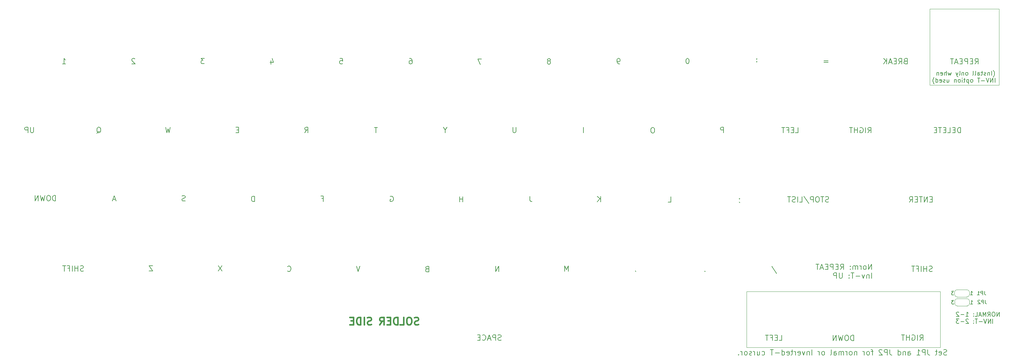
<source format=gbr>
G04 #@! TF.GenerationSoftware,KiCad,Pcbnew,7.0.6*
G04 #@! TF.CreationDate,2024-02-02T16:23:30-05:00*
G04 #@! TF.ProjectId,Galaksija-mx,47616c61-6b73-4696-9a61-2d6d782e6b69,1.0*
G04 #@! TF.SameCoordinates,Original*
G04 #@! TF.FileFunction,Legend,Bot*
G04 #@! TF.FilePolarity,Positive*
%FSLAX46Y46*%
G04 Gerber Fmt 4.6, Leading zero omitted, Abs format (unit mm)*
G04 Created by KiCad (PCBNEW 7.0.6) date 2024-02-02 16:23:30*
%MOMM*%
%LPD*%
G01*
G04 APERTURE LIST*
%ADD10C,0.120000*%
%ADD11C,0.200000*%
%ADD12C,0.400000*%
%ADD13C,0.150000*%
G04 APERTURE END LIST*
D10*
X300610000Y-130522500D02*
X300610000Y-145682500D01*
X300610000Y-130272500D02*
X300610000Y-130522500D01*
X247420000Y-130312500D02*
X300610000Y-130272500D01*
X247420000Y-130312500D02*
X247420000Y-145712500D01*
X247420000Y-145712500D02*
X299510000Y-145682500D01*
X297760000Y-52362500D02*
X316820000Y-52362500D01*
X316820000Y-73372500D01*
X297760000Y-73372500D01*
X297760000Y-52362500D01*
X300610000Y-145682500D02*
X299510000Y-145682500D01*
D11*
X260808571Y-86538528D02*
X261522857Y-86538528D01*
X261522857Y-86538528D02*
X261522857Y-85038528D01*
X260308571Y-85752814D02*
X259808571Y-85752814D01*
X259594285Y-86538528D02*
X260308571Y-86538528D01*
X260308571Y-86538528D02*
X260308571Y-85038528D01*
X260308571Y-85038528D02*
X259594285Y-85038528D01*
X258451428Y-85752814D02*
X258951428Y-85752814D01*
X258951428Y-86538528D02*
X258951428Y-85038528D01*
X258951428Y-85038528D02*
X258237142Y-85038528D01*
X257879999Y-85038528D02*
X257022857Y-85038528D01*
X257451428Y-86538528D02*
X257451428Y-85038528D01*
X179869999Y-143627100D02*
X179655714Y-143698528D01*
X179655714Y-143698528D02*
X179298571Y-143698528D01*
X179298571Y-143698528D02*
X179155714Y-143627100D01*
X179155714Y-143627100D02*
X179084285Y-143555671D01*
X179084285Y-143555671D02*
X179012856Y-143412814D01*
X179012856Y-143412814D02*
X179012856Y-143269957D01*
X179012856Y-143269957D02*
X179084285Y-143127100D01*
X179084285Y-143127100D02*
X179155714Y-143055671D01*
X179155714Y-143055671D02*
X179298571Y-142984242D01*
X179298571Y-142984242D02*
X179584285Y-142912814D01*
X179584285Y-142912814D02*
X179727142Y-142841385D01*
X179727142Y-142841385D02*
X179798571Y-142769957D01*
X179798571Y-142769957D02*
X179869999Y-142627100D01*
X179869999Y-142627100D02*
X179869999Y-142484242D01*
X179869999Y-142484242D02*
X179798571Y-142341385D01*
X179798571Y-142341385D02*
X179727142Y-142269957D01*
X179727142Y-142269957D02*
X179584285Y-142198528D01*
X179584285Y-142198528D02*
X179227142Y-142198528D01*
X179227142Y-142198528D02*
X179012856Y-142269957D01*
X178370000Y-143698528D02*
X178370000Y-142198528D01*
X178370000Y-142198528D02*
X177798571Y-142198528D01*
X177798571Y-142198528D02*
X177655714Y-142269957D01*
X177655714Y-142269957D02*
X177584285Y-142341385D01*
X177584285Y-142341385D02*
X177512857Y-142484242D01*
X177512857Y-142484242D02*
X177512857Y-142698528D01*
X177512857Y-142698528D02*
X177584285Y-142841385D01*
X177584285Y-142841385D02*
X177655714Y-142912814D01*
X177655714Y-142912814D02*
X177798571Y-142984242D01*
X177798571Y-142984242D02*
X178370000Y-142984242D01*
X176941428Y-143269957D02*
X176227143Y-143269957D01*
X177084285Y-143698528D02*
X176584285Y-142198528D01*
X176584285Y-142198528D02*
X176084285Y-143698528D01*
X174727143Y-143555671D02*
X174798571Y-143627100D01*
X174798571Y-143627100D02*
X175012857Y-143698528D01*
X175012857Y-143698528D02*
X175155714Y-143698528D01*
X175155714Y-143698528D02*
X175370000Y-143627100D01*
X175370000Y-143627100D02*
X175512857Y-143484242D01*
X175512857Y-143484242D02*
X175584286Y-143341385D01*
X175584286Y-143341385D02*
X175655714Y-143055671D01*
X175655714Y-143055671D02*
X175655714Y-142841385D01*
X175655714Y-142841385D02*
X175584286Y-142555671D01*
X175584286Y-142555671D02*
X175512857Y-142412814D01*
X175512857Y-142412814D02*
X175370000Y-142269957D01*
X175370000Y-142269957D02*
X175155714Y-142198528D01*
X175155714Y-142198528D02*
X175012857Y-142198528D01*
X175012857Y-142198528D02*
X174798571Y-142269957D01*
X174798571Y-142269957D02*
X174727143Y-142341385D01*
X174084286Y-142912814D02*
X173584286Y-142912814D01*
X173370000Y-143698528D02*
X174084286Y-143698528D01*
X174084286Y-143698528D02*
X174084286Y-142198528D01*
X174084286Y-142198528D02*
X173370000Y-142198528D01*
X65015713Y-124577100D02*
X64801428Y-124648528D01*
X64801428Y-124648528D02*
X64444285Y-124648528D01*
X64444285Y-124648528D02*
X64301428Y-124577100D01*
X64301428Y-124577100D02*
X64229999Y-124505671D01*
X64229999Y-124505671D02*
X64158570Y-124362814D01*
X64158570Y-124362814D02*
X64158570Y-124219957D01*
X64158570Y-124219957D02*
X64229999Y-124077100D01*
X64229999Y-124077100D02*
X64301428Y-124005671D01*
X64301428Y-124005671D02*
X64444285Y-123934242D01*
X64444285Y-123934242D02*
X64729999Y-123862814D01*
X64729999Y-123862814D02*
X64872856Y-123791385D01*
X64872856Y-123791385D02*
X64944285Y-123719957D01*
X64944285Y-123719957D02*
X65015713Y-123577100D01*
X65015713Y-123577100D02*
X65015713Y-123434242D01*
X65015713Y-123434242D02*
X64944285Y-123291385D01*
X64944285Y-123291385D02*
X64872856Y-123219957D01*
X64872856Y-123219957D02*
X64729999Y-123148528D01*
X64729999Y-123148528D02*
X64372856Y-123148528D01*
X64372856Y-123148528D02*
X64158570Y-123219957D01*
X63515714Y-124648528D02*
X63515714Y-123148528D01*
X63515714Y-123862814D02*
X62658571Y-123862814D01*
X62658571Y-124648528D02*
X62658571Y-123148528D01*
X61944285Y-124648528D02*
X61944285Y-123148528D01*
X60729999Y-123862814D02*
X61229999Y-123862814D01*
X61229999Y-124648528D02*
X61229999Y-123148528D01*
X61229999Y-123148528D02*
X60515713Y-123148528D01*
X60158570Y-123148528D02*
X59301428Y-123148528D01*
X59729999Y-124648528D02*
X59729999Y-123148528D01*
X187765713Y-103988528D02*
X187765713Y-105059957D01*
X187765713Y-105059957D02*
X187837142Y-105274242D01*
X187837142Y-105274242D02*
X187979999Y-105417100D01*
X187979999Y-105417100D02*
X188194285Y-105488528D01*
X188194285Y-105488528D02*
X188337142Y-105488528D01*
X245358571Y-105517100D02*
X245358571Y-105588528D01*
X245358571Y-105588528D02*
X245430000Y-105731385D01*
X245430000Y-105731385D02*
X245501428Y-105802814D01*
X245430000Y-104659957D02*
X245358571Y-104731385D01*
X245358571Y-104731385D02*
X245430000Y-104802814D01*
X245430000Y-104802814D02*
X245501428Y-104731385D01*
X245501428Y-104731385D02*
X245430000Y-104659957D01*
X245430000Y-104659957D02*
X245430000Y-104802814D01*
X130515714Y-104652814D02*
X131015714Y-104652814D01*
X131015714Y-105438528D02*
X131015714Y-103938528D01*
X131015714Y-103938528D02*
X130301428Y-103938528D01*
X159491279Y-124052814D02*
X159276993Y-124124242D01*
X159276993Y-124124242D02*
X159205564Y-124195671D01*
X159205564Y-124195671D02*
X159134136Y-124338528D01*
X159134136Y-124338528D02*
X159134136Y-124552814D01*
X159134136Y-124552814D02*
X159205564Y-124695671D01*
X159205564Y-124695671D02*
X159276993Y-124767100D01*
X159276993Y-124767100D02*
X159419850Y-124838528D01*
X159419850Y-124838528D02*
X159991279Y-124838528D01*
X159991279Y-124838528D02*
X159991279Y-123338528D01*
X159991279Y-123338528D02*
X159491279Y-123338528D01*
X159491279Y-123338528D02*
X159348422Y-123409957D01*
X159348422Y-123409957D02*
X159276993Y-123481385D01*
X159276993Y-123481385D02*
X159205564Y-123624242D01*
X159205564Y-123624242D02*
X159205564Y-123767100D01*
X159205564Y-123767100D02*
X159276993Y-123909957D01*
X159276993Y-123909957D02*
X159348422Y-123981385D01*
X159348422Y-123981385D02*
X159491279Y-124052814D01*
X159491279Y-124052814D02*
X159991279Y-124052814D01*
D12*
X157145890Y-139301700D02*
X156860176Y-139396938D01*
X156860176Y-139396938D02*
X156383985Y-139396938D01*
X156383985Y-139396938D02*
X156193509Y-139301700D01*
X156193509Y-139301700D02*
X156098271Y-139206461D01*
X156098271Y-139206461D02*
X156003033Y-139015985D01*
X156003033Y-139015985D02*
X156003033Y-138825509D01*
X156003033Y-138825509D02*
X156098271Y-138635033D01*
X156098271Y-138635033D02*
X156193509Y-138539795D01*
X156193509Y-138539795D02*
X156383985Y-138444557D01*
X156383985Y-138444557D02*
X156764938Y-138349319D01*
X156764938Y-138349319D02*
X156955414Y-138254080D01*
X156955414Y-138254080D02*
X157050652Y-138158842D01*
X157050652Y-138158842D02*
X157145890Y-137968366D01*
X157145890Y-137968366D02*
X157145890Y-137777890D01*
X157145890Y-137777890D02*
X157050652Y-137587414D01*
X157050652Y-137587414D02*
X156955414Y-137492176D01*
X156955414Y-137492176D02*
X156764938Y-137396938D01*
X156764938Y-137396938D02*
X156288747Y-137396938D01*
X156288747Y-137396938D02*
X156003033Y-137492176D01*
X154764938Y-137396938D02*
X154383985Y-137396938D01*
X154383985Y-137396938D02*
X154193509Y-137492176D01*
X154193509Y-137492176D02*
X154003033Y-137682652D01*
X154003033Y-137682652D02*
X153907795Y-138063604D01*
X153907795Y-138063604D02*
X153907795Y-138730271D01*
X153907795Y-138730271D02*
X154003033Y-139111223D01*
X154003033Y-139111223D02*
X154193509Y-139301700D01*
X154193509Y-139301700D02*
X154383985Y-139396938D01*
X154383985Y-139396938D02*
X154764938Y-139396938D01*
X154764938Y-139396938D02*
X154955414Y-139301700D01*
X154955414Y-139301700D02*
X155145890Y-139111223D01*
X155145890Y-139111223D02*
X155241128Y-138730271D01*
X155241128Y-138730271D02*
X155241128Y-138063604D01*
X155241128Y-138063604D02*
X155145890Y-137682652D01*
X155145890Y-137682652D02*
X154955414Y-137492176D01*
X154955414Y-137492176D02*
X154764938Y-137396938D01*
X152098271Y-139396938D02*
X153050652Y-139396938D01*
X153050652Y-139396938D02*
X153050652Y-137396938D01*
X151431604Y-139396938D02*
X151431604Y-137396938D01*
X151431604Y-137396938D02*
X150955414Y-137396938D01*
X150955414Y-137396938D02*
X150669699Y-137492176D01*
X150669699Y-137492176D02*
X150479223Y-137682652D01*
X150479223Y-137682652D02*
X150383985Y-137873128D01*
X150383985Y-137873128D02*
X150288747Y-138254080D01*
X150288747Y-138254080D02*
X150288747Y-138539795D01*
X150288747Y-138539795D02*
X150383985Y-138920747D01*
X150383985Y-138920747D02*
X150479223Y-139111223D01*
X150479223Y-139111223D02*
X150669699Y-139301700D01*
X150669699Y-139301700D02*
X150955414Y-139396938D01*
X150955414Y-139396938D02*
X151431604Y-139396938D01*
X149431604Y-138349319D02*
X148764937Y-138349319D01*
X148479223Y-139396938D02*
X149431604Y-139396938D01*
X149431604Y-139396938D02*
X149431604Y-137396938D01*
X149431604Y-137396938D02*
X148479223Y-137396938D01*
X146479223Y-139396938D02*
X147145890Y-138444557D01*
X147622080Y-139396938D02*
X147622080Y-137396938D01*
X147622080Y-137396938D02*
X146860175Y-137396938D01*
X146860175Y-137396938D02*
X146669699Y-137492176D01*
X146669699Y-137492176D02*
X146574461Y-137587414D01*
X146574461Y-137587414D02*
X146479223Y-137777890D01*
X146479223Y-137777890D02*
X146479223Y-138063604D01*
X146479223Y-138063604D02*
X146574461Y-138254080D01*
X146574461Y-138254080D02*
X146669699Y-138349319D01*
X146669699Y-138349319D02*
X146860175Y-138444557D01*
X146860175Y-138444557D02*
X147622080Y-138444557D01*
X144193508Y-139301700D02*
X143907794Y-139396938D01*
X143907794Y-139396938D02*
X143431603Y-139396938D01*
X143431603Y-139396938D02*
X143241127Y-139301700D01*
X143241127Y-139301700D02*
X143145889Y-139206461D01*
X143145889Y-139206461D02*
X143050651Y-139015985D01*
X143050651Y-139015985D02*
X143050651Y-138825509D01*
X143050651Y-138825509D02*
X143145889Y-138635033D01*
X143145889Y-138635033D02*
X143241127Y-138539795D01*
X143241127Y-138539795D02*
X143431603Y-138444557D01*
X143431603Y-138444557D02*
X143812556Y-138349319D01*
X143812556Y-138349319D02*
X144003032Y-138254080D01*
X144003032Y-138254080D02*
X144098270Y-138158842D01*
X144098270Y-138158842D02*
X144193508Y-137968366D01*
X144193508Y-137968366D02*
X144193508Y-137777890D01*
X144193508Y-137777890D02*
X144098270Y-137587414D01*
X144098270Y-137587414D02*
X144003032Y-137492176D01*
X144003032Y-137492176D02*
X143812556Y-137396938D01*
X143812556Y-137396938D02*
X143336365Y-137396938D01*
X143336365Y-137396938D02*
X143050651Y-137492176D01*
X142193508Y-139396938D02*
X142193508Y-137396938D01*
X141241127Y-139396938D02*
X141241127Y-137396938D01*
X141241127Y-137396938D02*
X140764937Y-137396938D01*
X140764937Y-137396938D02*
X140479222Y-137492176D01*
X140479222Y-137492176D02*
X140288746Y-137682652D01*
X140288746Y-137682652D02*
X140193508Y-137873128D01*
X140193508Y-137873128D02*
X140098270Y-138254080D01*
X140098270Y-138254080D02*
X140098270Y-138539795D01*
X140098270Y-138539795D02*
X140193508Y-138920747D01*
X140193508Y-138920747D02*
X140288746Y-139111223D01*
X140288746Y-139111223D02*
X140479222Y-139301700D01*
X140479222Y-139301700D02*
X140764937Y-139396938D01*
X140764937Y-139396938D02*
X141241127Y-139396938D01*
X139241127Y-138349319D02*
X138574460Y-138349319D01*
X138288746Y-139396938D02*
X139241127Y-139396938D01*
X139241127Y-139396938D02*
X139241127Y-137396938D01*
X139241127Y-137396938D02*
X138288746Y-137396938D01*
D11*
X107651428Y-85702814D02*
X107151428Y-85702814D01*
X106937142Y-86488528D02*
X107651428Y-86488528D01*
X107651428Y-86488528D02*
X107651428Y-84988528D01*
X107651428Y-84988528D02*
X106937142Y-84988528D01*
X79168570Y-66181385D02*
X79097142Y-66109957D01*
X79097142Y-66109957D02*
X78954285Y-66038528D01*
X78954285Y-66038528D02*
X78597142Y-66038528D01*
X78597142Y-66038528D02*
X78454285Y-66109957D01*
X78454285Y-66109957D02*
X78382856Y-66181385D01*
X78382856Y-66181385D02*
X78311427Y-66324242D01*
X78311427Y-66324242D02*
X78311427Y-66467100D01*
X78311427Y-66467100D02*
X78382856Y-66681385D01*
X78382856Y-66681385D02*
X79239999Y-67538528D01*
X79239999Y-67538528D02*
X78311427Y-67538528D01*
X57351429Y-105288528D02*
X57351429Y-103788528D01*
X57351429Y-103788528D02*
X56994286Y-103788528D01*
X56994286Y-103788528D02*
X56780000Y-103859957D01*
X56780000Y-103859957D02*
X56637143Y-104002814D01*
X56637143Y-104002814D02*
X56565714Y-104145671D01*
X56565714Y-104145671D02*
X56494286Y-104431385D01*
X56494286Y-104431385D02*
X56494286Y-104645671D01*
X56494286Y-104645671D02*
X56565714Y-104931385D01*
X56565714Y-104931385D02*
X56637143Y-105074242D01*
X56637143Y-105074242D02*
X56780000Y-105217100D01*
X56780000Y-105217100D02*
X56994286Y-105288528D01*
X56994286Y-105288528D02*
X57351429Y-105288528D01*
X55565714Y-103788528D02*
X55280000Y-103788528D01*
X55280000Y-103788528D02*
X55137143Y-103859957D01*
X55137143Y-103859957D02*
X54994286Y-104002814D01*
X54994286Y-104002814D02*
X54922857Y-104288528D01*
X54922857Y-104288528D02*
X54922857Y-104788528D01*
X54922857Y-104788528D02*
X54994286Y-105074242D01*
X54994286Y-105074242D02*
X55137143Y-105217100D01*
X55137143Y-105217100D02*
X55280000Y-105288528D01*
X55280000Y-105288528D02*
X55565714Y-105288528D01*
X55565714Y-105288528D02*
X55708572Y-105217100D01*
X55708572Y-105217100D02*
X55851429Y-105074242D01*
X55851429Y-105074242D02*
X55922857Y-104788528D01*
X55922857Y-104788528D02*
X55922857Y-104288528D01*
X55922857Y-104288528D02*
X55851429Y-104002814D01*
X55851429Y-104002814D02*
X55708572Y-103859957D01*
X55708572Y-103859957D02*
X55565714Y-103788528D01*
X54422857Y-103788528D02*
X54065714Y-105288528D01*
X54065714Y-105288528D02*
X53780000Y-104217100D01*
X53780000Y-104217100D02*
X53494285Y-105288528D01*
X53494285Y-105288528D02*
X53137143Y-103788528D01*
X52565714Y-105288528D02*
X52565714Y-103788528D01*
X52565714Y-103788528D02*
X51708571Y-105288528D01*
X51708571Y-105288528D02*
X51708571Y-103788528D01*
X207222857Y-105538528D02*
X207222857Y-104038528D01*
X206365714Y-105538528D02*
X207008571Y-104681385D01*
X206365714Y-104038528D02*
X207222857Y-104895671D01*
X179208571Y-124788528D02*
X179208571Y-123288528D01*
X179208571Y-123288528D02*
X178351428Y-124788528D01*
X178351428Y-124788528D02*
X178351428Y-123288528D01*
X310197142Y-67568528D02*
X310697142Y-66854242D01*
X311054285Y-67568528D02*
X311054285Y-66068528D01*
X311054285Y-66068528D02*
X310482856Y-66068528D01*
X310482856Y-66068528D02*
X310339999Y-66139957D01*
X310339999Y-66139957D02*
X310268570Y-66211385D01*
X310268570Y-66211385D02*
X310197142Y-66354242D01*
X310197142Y-66354242D02*
X310197142Y-66568528D01*
X310197142Y-66568528D02*
X310268570Y-66711385D01*
X310268570Y-66711385D02*
X310339999Y-66782814D01*
X310339999Y-66782814D02*
X310482856Y-66854242D01*
X310482856Y-66854242D02*
X311054285Y-66854242D01*
X309554285Y-66782814D02*
X309054285Y-66782814D01*
X308839999Y-67568528D02*
X309554285Y-67568528D01*
X309554285Y-67568528D02*
X309554285Y-66068528D01*
X309554285Y-66068528D02*
X308839999Y-66068528D01*
X308197142Y-67568528D02*
X308197142Y-66068528D01*
X308197142Y-66068528D02*
X307625713Y-66068528D01*
X307625713Y-66068528D02*
X307482856Y-66139957D01*
X307482856Y-66139957D02*
X307411427Y-66211385D01*
X307411427Y-66211385D02*
X307339999Y-66354242D01*
X307339999Y-66354242D02*
X307339999Y-66568528D01*
X307339999Y-66568528D02*
X307411427Y-66711385D01*
X307411427Y-66711385D02*
X307482856Y-66782814D01*
X307482856Y-66782814D02*
X307625713Y-66854242D01*
X307625713Y-66854242D02*
X308197142Y-66854242D01*
X306697142Y-66782814D02*
X306197142Y-66782814D01*
X305982856Y-67568528D02*
X306697142Y-67568528D01*
X306697142Y-67568528D02*
X306697142Y-66068528D01*
X306697142Y-66068528D02*
X305982856Y-66068528D01*
X305411427Y-67139957D02*
X304697142Y-67139957D01*
X305554284Y-67568528D02*
X305054284Y-66068528D01*
X305054284Y-66068528D02*
X304554284Y-67568528D01*
X304268570Y-66068528D02*
X303411428Y-66068528D01*
X303839999Y-67568528D02*
X303839999Y-66068528D01*
X291054285Y-66752814D02*
X290839999Y-66824242D01*
X290839999Y-66824242D02*
X290768570Y-66895671D01*
X290768570Y-66895671D02*
X290697142Y-67038528D01*
X290697142Y-67038528D02*
X290697142Y-67252814D01*
X290697142Y-67252814D02*
X290768570Y-67395671D01*
X290768570Y-67395671D02*
X290839999Y-67467100D01*
X290839999Y-67467100D02*
X290982856Y-67538528D01*
X290982856Y-67538528D02*
X291554285Y-67538528D01*
X291554285Y-67538528D02*
X291554285Y-66038528D01*
X291554285Y-66038528D02*
X291054285Y-66038528D01*
X291054285Y-66038528D02*
X290911428Y-66109957D01*
X290911428Y-66109957D02*
X290839999Y-66181385D01*
X290839999Y-66181385D02*
X290768570Y-66324242D01*
X290768570Y-66324242D02*
X290768570Y-66467100D01*
X290768570Y-66467100D02*
X290839999Y-66609957D01*
X290839999Y-66609957D02*
X290911428Y-66681385D01*
X290911428Y-66681385D02*
X291054285Y-66752814D01*
X291054285Y-66752814D02*
X291554285Y-66752814D01*
X289197142Y-67538528D02*
X289697142Y-66824242D01*
X290054285Y-67538528D02*
X290054285Y-66038528D01*
X290054285Y-66038528D02*
X289482856Y-66038528D01*
X289482856Y-66038528D02*
X289339999Y-66109957D01*
X289339999Y-66109957D02*
X289268570Y-66181385D01*
X289268570Y-66181385D02*
X289197142Y-66324242D01*
X289197142Y-66324242D02*
X289197142Y-66538528D01*
X289197142Y-66538528D02*
X289268570Y-66681385D01*
X289268570Y-66681385D02*
X289339999Y-66752814D01*
X289339999Y-66752814D02*
X289482856Y-66824242D01*
X289482856Y-66824242D02*
X290054285Y-66824242D01*
X288554285Y-66752814D02*
X288054285Y-66752814D01*
X287839999Y-67538528D02*
X288554285Y-67538528D01*
X288554285Y-67538528D02*
X288554285Y-66038528D01*
X288554285Y-66038528D02*
X287839999Y-66038528D01*
X287268570Y-67109957D02*
X286554285Y-67109957D01*
X287411427Y-67538528D02*
X286911427Y-66038528D01*
X286911427Y-66038528D02*
X286411427Y-67538528D01*
X285911428Y-67538528D02*
X285911428Y-66038528D01*
X285054285Y-67538528D02*
X285697142Y-66681385D01*
X285054285Y-66038528D02*
X285911428Y-66895671D01*
X298437143Y-104852814D02*
X297937143Y-104852814D01*
X297722857Y-105638528D02*
X298437143Y-105638528D01*
X298437143Y-105638528D02*
X298437143Y-104138528D01*
X298437143Y-104138528D02*
X297722857Y-104138528D01*
X297080000Y-105638528D02*
X297080000Y-104138528D01*
X297080000Y-104138528D02*
X296222857Y-105638528D01*
X296222857Y-105638528D02*
X296222857Y-104138528D01*
X295722856Y-104138528D02*
X294865714Y-104138528D01*
X295294285Y-105638528D02*
X295294285Y-104138528D01*
X294365714Y-104852814D02*
X293865714Y-104852814D01*
X293651428Y-105638528D02*
X294365714Y-105638528D01*
X294365714Y-105638528D02*
X294365714Y-104138528D01*
X294365714Y-104138528D02*
X293651428Y-104138528D01*
X292151428Y-105638528D02*
X292651428Y-104924242D01*
X293008571Y-105638528D02*
X293008571Y-104138528D01*
X293008571Y-104138528D02*
X292437142Y-104138528D01*
X292437142Y-104138528D02*
X292294285Y-104209957D01*
X292294285Y-104209957D02*
X292222856Y-104281385D01*
X292222856Y-104281385D02*
X292151428Y-104424242D01*
X292151428Y-104424242D02*
X292151428Y-104638528D01*
X292151428Y-104638528D02*
X292222856Y-104781385D01*
X292222856Y-104781385D02*
X292294285Y-104852814D01*
X292294285Y-104852814D02*
X292437142Y-104924242D01*
X292437142Y-104924242D02*
X293008571Y-104924242D01*
X216808571Y-124517100D02*
X216808571Y-124588528D01*
X216808571Y-124588528D02*
X216880000Y-124731385D01*
X216880000Y-124731385D02*
X216951428Y-124802814D01*
X68658571Y-86631385D02*
X68801428Y-86559957D01*
X68801428Y-86559957D02*
X68944285Y-86417100D01*
X68944285Y-86417100D02*
X69158571Y-86202814D01*
X69158571Y-86202814D02*
X69301428Y-86131385D01*
X69301428Y-86131385D02*
X69444285Y-86131385D01*
X69372856Y-86488528D02*
X69515714Y-86417100D01*
X69515714Y-86417100D02*
X69658571Y-86274242D01*
X69658571Y-86274242D02*
X69729999Y-85988528D01*
X69729999Y-85988528D02*
X69729999Y-85488528D01*
X69729999Y-85488528D02*
X69658571Y-85202814D01*
X69658571Y-85202814D02*
X69515714Y-85059957D01*
X69515714Y-85059957D02*
X69372856Y-84988528D01*
X69372856Y-84988528D02*
X69087142Y-84988528D01*
X69087142Y-84988528D02*
X68944285Y-85059957D01*
X68944285Y-85059957D02*
X68801428Y-85202814D01*
X68801428Y-85202814D02*
X68729999Y-85488528D01*
X68729999Y-85488528D02*
X68729999Y-85988528D01*
X68729999Y-85988528D02*
X68801428Y-86274242D01*
X68801428Y-86274242D02*
X68944285Y-86417100D01*
X68944285Y-86417100D02*
X69087142Y-86488528D01*
X69087142Y-86488528D02*
X69372856Y-86488528D01*
X98289999Y-65988528D02*
X97361427Y-65988528D01*
X97361427Y-65988528D02*
X97861427Y-66559957D01*
X97861427Y-66559957D02*
X97647142Y-66559957D01*
X97647142Y-66559957D02*
X97504285Y-66631385D01*
X97504285Y-66631385D02*
X97432856Y-66702814D01*
X97432856Y-66702814D02*
X97361427Y-66845671D01*
X97361427Y-66845671D02*
X97361427Y-67202814D01*
X97361427Y-67202814D02*
X97432856Y-67345671D01*
X97432856Y-67345671D02*
X97504285Y-67417100D01*
X97504285Y-67417100D02*
X97647142Y-67488528D01*
X97647142Y-67488528D02*
X98075713Y-67488528D01*
X98075713Y-67488528D02*
X98218570Y-67417100D01*
X98218570Y-67417100D02*
X98289999Y-67345671D01*
X225815714Y-105638528D02*
X226530000Y-105638528D01*
X226530000Y-105638528D02*
X226530000Y-104138528D01*
X241072857Y-86488528D02*
X241072857Y-84988528D01*
X241072857Y-84988528D02*
X240501428Y-84988528D01*
X240501428Y-84988528D02*
X240358571Y-85059957D01*
X240358571Y-85059957D02*
X240287142Y-85131385D01*
X240287142Y-85131385D02*
X240215714Y-85274242D01*
X240215714Y-85274242D02*
X240215714Y-85488528D01*
X240215714Y-85488528D02*
X240287142Y-85631385D01*
X240287142Y-85631385D02*
X240358571Y-85702814D01*
X240358571Y-85702814D02*
X240501428Y-85774242D01*
X240501428Y-85774242D02*
X241072857Y-85774242D01*
X141079999Y-123288528D02*
X140579999Y-124788528D01*
X140579999Y-124788528D02*
X140079999Y-123288528D01*
X202530000Y-86488528D02*
X202530000Y-84988528D01*
X231211427Y-65988528D02*
X231068570Y-65988528D01*
X231068570Y-65988528D02*
X230925713Y-66059957D01*
X230925713Y-66059957D02*
X230854285Y-66131385D01*
X230854285Y-66131385D02*
X230782856Y-66274242D01*
X230782856Y-66274242D02*
X230711427Y-66559957D01*
X230711427Y-66559957D02*
X230711427Y-66917100D01*
X230711427Y-66917100D02*
X230782856Y-67202814D01*
X230782856Y-67202814D02*
X230854285Y-67345671D01*
X230854285Y-67345671D02*
X230925713Y-67417100D01*
X230925713Y-67417100D02*
X231068570Y-67488528D01*
X231068570Y-67488528D02*
X231211427Y-67488528D01*
X231211427Y-67488528D02*
X231354285Y-67417100D01*
X231354285Y-67417100D02*
X231425713Y-67345671D01*
X231425713Y-67345671D02*
X231497142Y-67202814D01*
X231497142Y-67202814D02*
X231568570Y-66917100D01*
X231568570Y-66917100D02*
X231568570Y-66559957D01*
X231568570Y-66559957D02*
X231497142Y-66274242D01*
X231497142Y-66274242D02*
X231425713Y-66131385D01*
X231425713Y-66131385D02*
X231354285Y-66059957D01*
X231354285Y-66059957D02*
X231211427Y-65988528D01*
X276821429Y-143808528D02*
X276821429Y-142308528D01*
X276821429Y-142308528D02*
X276464286Y-142308528D01*
X276464286Y-142308528D02*
X276250000Y-142379957D01*
X276250000Y-142379957D02*
X276107143Y-142522814D01*
X276107143Y-142522814D02*
X276035714Y-142665671D01*
X276035714Y-142665671D02*
X275964286Y-142951385D01*
X275964286Y-142951385D02*
X275964286Y-143165671D01*
X275964286Y-143165671D02*
X276035714Y-143451385D01*
X276035714Y-143451385D02*
X276107143Y-143594242D01*
X276107143Y-143594242D02*
X276250000Y-143737100D01*
X276250000Y-143737100D02*
X276464286Y-143808528D01*
X276464286Y-143808528D02*
X276821429Y-143808528D01*
X275035714Y-142308528D02*
X274750000Y-142308528D01*
X274750000Y-142308528D02*
X274607143Y-142379957D01*
X274607143Y-142379957D02*
X274464286Y-142522814D01*
X274464286Y-142522814D02*
X274392857Y-142808528D01*
X274392857Y-142808528D02*
X274392857Y-143308528D01*
X274392857Y-143308528D02*
X274464286Y-143594242D01*
X274464286Y-143594242D02*
X274607143Y-143737100D01*
X274607143Y-143737100D02*
X274750000Y-143808528D01*
X274750000Y-143808528D02*
X275035714Y-143808528D01*
X275035714Y-143808528D02*
X275178572Y-143737100D01*
X275178572Y-143737100D02*
X275321429Y-143594242D01*
X275321429Y-143594242D02*
X275392857Y-143308528D01*
X275392857Y-143308528D02*
X275392857Y-142808528D01*
X275392857Y-142808528D02*
X275321429Y-142522814D01*
X275321429Y-142522814D02*
X275178572Y-142379957D01*
X275178572Y-142379957D02*
X275035714Y-142308528D01*
X273892857Y-142308528D02*
X273535714Y-143808528D01*
X273535714Y-143808528D02*
X273250000Y-142737100D01*
X273250000Y-142737100D02*
X272964285Y-143808528D01*
X272964285Y-143808528D02*
X272607143Y-142308528D01*
X272035714Y-143808528D02*
X272035714Y-142308528D01*
X272035714Y-142308528D02*
X271178571Y-143808528D01*
X271178571Y-143808528D02*
X271178571Y-142308528D01*
D13*
X316905827Y-137115842D02*
X316905827Y-135915842D01*
X316905827Y-135915842D02*
X316220113Y-137115842D01*
X316220113Y-137115842D02*
X316220113Y-135915842D01*
X315420113Y-135915842D02*
X315191541Y-135915842D01*
X315191541Y-135915842D02*
X315077256Y-135972985D01*
X315077256Y-135972985D02*
X314962970Y-136087271D01*
X314962970Y-136087271D02*
X314905827Y-136315842D01*
X314905827Y-136315842D02*
X314905827Y-136715842D01*
X314905827Y-136715842D02*
X314962970Y-136944414D01*
X314962970Y-136944414D02*
X315077256Y-137058700D01*
X315077256Y-137058700D02*
X315191541Y-137115842D01*
X315191541Y-137115842D02*
X315420113Y-137115842D01*
X315420113Y-137115842D02*
X315534399Y-137058700D01*
X315534399Y-137058700D02*
X315648684Y-136944414D01*
X315648684Y-136944414D02*
X315705827Y-136715842D01*
X315705827Y-136715842D02*
X315705827Y-136315842D01*
X315705827Y-136315842D02*
X315648684Y-136087271D01*
X315648684Y-136087271D02*
X315534399Y-135972985D01*
X315534399Y-135972985D02*
X315420113Y-135915842D01*
X313705827Y-137115842D02*
X314105827Y-136544414D01*
X314391541Y-137115842D02*
X314391541Y-135915842D01*
X314391541Y-135915842D02*
X313934398Y-135915842D01*
X313934398Y-135915842D02*
X313820113Y-135972985D01*
X313820113Y-135972985D02*
X313762970Y-136030128D01*
X313762970Y-136030128D02*
X313705827Y-136144414D01*
X313705827Y-136144414D02*
X313705827Y-136315842D01*
X313705827Y-136315842D02*
X313762970Y-136430128D01*
X313762970Y-136430128D02*
X313820113Y-136487271D01*
X313820113Y-136487271D02*
X313934398Y-136544414D01*
X313934398Y-136544414D02*
X314391541Y-136544414D01*
X313191541Y-137115842D02*
X313191541Y-135915842D01*
X313191541Y-135915842D02*
X312791541Y-136772985D01*
X312791541Y-136772985D02*
X312391541Y-135915842D01*
X312391541Y-135915842D02*
X312391541Y-137115842D01*
X311877255Y-136772985D02*
X311305827Y-136772985D01*
X311991541Y-137115842D02*
X311591541Y-135915842D01*
X311591541Y-135915842D02*
X311191541Y-137115842D01*
X310220113Y-137115842D02*
X310791541Y-137115842D01*
X310791541Y-137115842D02*
X310791541Y-135915842D01*
X309820112Y-137001557D02*
X309762969Y-137058700D01*
X309762969Y-137058700D02*
X309820112Y-137115842D01*
X309820112Y-137115842D02*
X309877255Y-137058700D01*
X309877255Y-137058700D02*
X309820112Y-137001557D01*
X309820112Y-137001557D02*
X309820112Y-137115842D01*
X309820112Y-136372985D02*
X309762969Y-136430128D01*
X309762969Y-136430128D02*
X309820112Y-136487271D01*
X309820112Y-136487271D02*
X309877255Y-136430128D01*
X309877255Y-136430128D02*
X309820112Y-136372985D01*
X309820112Y-136372985D02*
X309820112Y-136487271D01*
X307705826Y-137115842D02*
X308391540Y-137115842D01*
X308048683Y-137115842D02*
X308048683Y-135915842D01*
X308048683Y-135915842D02*
X308162969Y-136087271D01*
X308162969Y-136087271D02*
X308277254Y-136201557D01*
X308277254Y-136201557D02*
X308391540Y-136258700D01*
X307191540Y-136658700D02*
X306277255Y-136658700D01*
X305762969Y-136030128D02*
X305705826Y-135972985D01*
X305705826Y-135972985D02*
X305591541Y-135915842D01*
X305591541Y-135915842D02*
X305305826Y-135915842D01*
X305305826Y-135915842D02*
X305191541Y-135972985D01*
X305191541Y-135972985D02*
X305134398Y-136030128D01*
X305134398Y-136030128D02*
X305077255Y-136144414D01*
X305077255Y-136144414D02*
X305077255Y-136258700D01*
X305077255Y-136258700D02*
X305134398Y-136430128D01*
X305134398Y-136430128D02*
X305820112Y-137115842D01*
X305820112Y-137115842D02*
X305077255Y-137115842D01*
X315077255Y-139047842D02*
X315077255Y-137847842D01*
X314505826Y-139047842D02*
X314505826Y-137847842D01*
X314505826Y-137847842D02*
X313820112Y-139047842D01*
X313820112Y-139047842D02*
X313820112Y-137847842D01*
X313420112Y-137847842D02*
X313020112Y-139047842D01*
X313020112Y-139047842D02*
X312620112Y-137847842D01*
X312220112Y-138590700D02*
X311305827Y-138590700D01*
X310905827Y-137847842D02*
X310220113Y-137847842D01*
X310562970Y-139047842D02*
X310562970Y-137847842D01*
X309820112Y-138933557D02*
X309762969Y-138990700D01*
X309762969Y-138990700D02*
X309820112Y-139047842D01*
X309820112Y-139047842D02*
X309877255Y-138990700D01*
X309877255Y-138990700D02*
X309820112Y-138933557D01*
X309820112Y-138933557D02*
X309820112Y-139047842D01*
X309820112Y-138304985D02*
X309762969Y-138362128D01*
X309762969Y-138362128D02*
X309820112Y-138419271D01*
X309820112Y-138419271D02*
X309877255Y-138362128D01*
X309877255Y-138362128D02*
X309820112Y-138304985D01*
X309820112Y-138304985D02*
X309820112Y-138419271D01*
X308391540Y-137962128D02*
X308334397Y-137904985D01*
X308334397Y-137904985D02*
X308220112Y-137847842D01*
X308220112Y-137847842D02*
X307934397Y-137847842D01*
X307934397Y-137847842D02*
X307820112Y-137904985D01*
X307820112Y-137904985D02*
X307762969Y-137962128D01*
X307762969Y-137962128D02*
X307705826Y-138076414D01*
X307705826Y-138076414D02*
X307705826Y-138190700D01*
X307705826Y-138190700D02*
X307762969Y-138362128D01*
X307762969Y-138362128D02*
X308448683Y-139047842D01*
X308448683Y-139047842D02*
X307705826Y-139047842D01*
X307191540Y-138590700D02*
X306277255Y-138590700D01*
X305820112Y-137847842D02*
X305077255Y-137847842D01*
X305077255Y-137847842D02*
X305477255Y-138304985D01*
X305477255Y-138304985D02*
X305305826Y-138304985D01*
X305305826Y-138304985D02*
X305191541Y-138362128D01*
X305191541Y-138362128D02*
X305134398Y-138419271D01*
X305134398Y-138419271D02*
X305077255Y-138533557D01*
X305077255Y-138533557D02*
X305077255Y-138819271D01*
X305077255Y-138819271D02*
X305134398Y-138933557D01*
X305134398Y-138933557D02*
X305191541Y-138990700D01*
X305191541Y-138990700D02*
X305305826Y-139047842D01*
X305305826Y-139047842D02*
X305648683Y-139047842D01*
X305648683Y-139047842D02*
X305762969Y-138990700D01*
X305762969Y-138990700D02*
X305820112Y-138933557D01*
D11*
X164479999Y-85774242D02*
X164479999Y-86488528D01*
X164979999Y-84988528D02*
X164479999Y-85774242D01*
X164479999Y-85774242D02*
X163979999Y-84988528D01*
X121165714Y-124595671D02*
X121237142Y-124667100D01*
X121237142Y-124667100D02*
X121451428Y-124738528D01*
X121451428Y-124738528D02*
X121594285Y-124738528D01*
X121594285Y-124738528D02*
X121808571Y-124667100D01*
X121808571Y-124667100D02*
X121951428Y-124524242D01*
X121951428Y-124524242D02*
X122022857Y-124381385D01*
X122022857Y-124381385D02*
X122094285Y-124095671D01*
X122094285Y-124095671D02*
X122094285Y-123881385D01*
X122094285Y-123881385D02*
X122022857Y-123595671D01*
X122022857Y-123595671D02*
X121951428Y-123452814D01*
X121951428Y-123452814D02*
X121808571Y-123309957D01*
X121808571Y-123309957D02*
X121594285Y-123238528D01*
X121594285Y-123238528D02*
X121451428Y-123238528D01*
X121451428Y-123238528D02*
X121237142Y-123309957D01*
X121237142Y-123309957D02*
X121165714Y-123381385D01*
X116554285Y-66588528D02*
X116554285Y-67588528D01*
X116911427Y-66017100D02*
X117268570Y-67088528D01*
X117268570Y-67088528D02*
X116339999Y-67088528D01*
X73837142Y-104909957D02*
X73122857Y-104909957D01*
X73979999Y-105338528D02*
X73479999Y-103838528D01*
X73479999Y-103838528D02*
X72979999Y-105338528D01*
X269811428Y-66702814D02*
X268668571Y-66702814D01*
X268668571Y-67131385D02*
X269811428Y-67131385D01*
X254337142Y-123367100D02*
X255622856Y-125295671D01*
X198330000Y-124688528D02*
X198330000Y-123188528D01*
X198330000Y-123188528D02*
X197830000Y-124259957D01*
X197830000Y-124259957D02*
X197330000Y-123188528D01*
X197330000Y-123188528D02*
X197330000Y-124688528D01*
X221722856Y-85088528D02*
X221437142Y-85088528D01*
X221437142Y-85088528D02*
X221294285Y-85159957D01*
X221294285Y-85159957D02*
X221151428Y-85302814D01*
X221151428Y-85302814D02*
X221079999Y-85588528D01*
X221079999Y-85588528D02*
X221079999Y-86088528D01*
X221079999Y-86088528D02*
X221151428Y-86374242D01*
X221151428Y-86374242D02*
X221294285Y-86517100D01*
X221294285Y-86517100D02*
X221437142Y-86588528D01*
X221437142Y-86588528D02*
X221722856Y-86588528D01*
X221722856Y-86588528D02*
X221865714Y-86517100D01*
X221865714Y-86517100D02*
X222008571Y-86374242D01*
X222008571Y-86374242D02*
X222079999Y-86088528D01*
X222079999Y-86088528D02*
X222079999Y-85588528D01*
X222079999Y-85588528D02*
X222008571Y-85302814D01*
X222008571Y-85302814D02*
X221865714Y-85159957D01*
X221865714Y-85159957D02*
X221722856Y-85088528D01*
X174489999Y-66188528D02*
X173489999Y-66188528D01*
X173489999Y-66188528D02*
X174132856Y-67688528D01*
X212475713Y-67538528D02*
X212189999Y-67538528D01*
X212189999Y-67538528D02*
X212047142Y-67467100D01*
X212047142Y-67467100D02*
X211975713Y-67395671D01*
X211975713Y-67395671D02*
X211832856Y-67181385D01*
X211832856Y-67181385D02*
X211761427Y-66895671D01*
X211761427Y-66895671D02*
X211761427Y-66324242D01*
X211761427Y-66324242D02*
X211832856Y-66181385D01*
X211832856Y-66181385D02*
X211904285Y-66109957D01*
X211904285Y-66109957D02*
X212047142Y-66038528D01*
X212047142Y-66038528D02*
X212332856Y-66038528D01*
X212332856Y-66038528D02*
X212475713Y-66109957D01*
X212475713Y-66109957D02*
X212547142Y-66181385D01*
X212547142Y-66181385D02*
X212618570Y-66324242D01*
X212618570Y-66324242D02*
X212618570Y-66681385D01*
X212618570Y-66681385D02*
X212547142Y-66824242D01*
X212547142Y-66824242D02*
X212475713Y-66895671D01*
X212475713Y-66895671D02*
X212332856Y-66967100D01*
X212332856Y-66967100D02*
X212047142Y-66967100D01*
X212047142Y-66967100D02*
X211904285Y-66895671D01*
X211904285Y-66895671D02*
X211832856Y-66824242D01*
X211832856Y-66824242D02*
X211761427Y-66681385D01*
X51308571Y-84988528D02*
X51308571Y-86202814D01*
X51308571Y-86202814D02*
X51237142Y-86345671D01*
X51237142Y-86345671D02*
X51165714Y-86417100D01*
X51165714Y-86417100D02*
X51022856Y-86488528D01*
X51022856Y-86488528D02*
X50737142Y-86488528D01*
X50737142Y-86488528D02*
X50594285Y-86417100D01*
X50594285Y-86417100D02*
X50522856Y-86345671D01*
X50522856Y-86345671D02*
X50451428Y-86202814D01*
X50451428Y-86202814D02*
X50451428Y-84988528D01*
X49737142Y-86488528D02*
X49737142Y-84988528D01*
X49737142Y-84988528D02*
X49165713Y-84988528D01*
X49165713Y-84988528D02*
X49022856Y-85059957D01*
X49022856Y-85059957D02*
X48951427Y-85131385D01*
X48951427Y-85131385D02*
X48879999Y-85274242D01*
X48879999Y-85274242D02*
X48879999Y-85488528D01*
X48879999Y-85488528D02*
X48951427Y-85631385D01*
X48951427Y-85631385D02*
X49022856Y-85702814D01*
X49022856Y-85702814D02*
X49165713Y-85774242D01*
X49165713Y-85774242D02*
X49737142Y-85774242D01*
X135532856Y-66038528D02*
X136247142Y-66038528D01*
X136247142Y-66038528D02*
X136318570Y-66752814D01*
X136318570Y-66752814D02*
X136247142Y-66681385D01*
X136247142Y-66681385D02*
X136104285Y-66609957D01*
X136104285Y-66609957D02*
X135747142Y-66609957D01*
X135747142Y-66609957D02*
X135604285Y-66681385D01*
X135604285Y-66681385D02*
X135532856Y-66752814D01*
X135532856Y-66752814D02*
X135461427Y-66895671D01*
X135461427Y-66895671D02*
X135461427Y-67252814D01*
X135461427Y-67252814D02*
X135532856Y-67395671D01*
X135532856Y-67395671D02*
X135604285Y-67467100D01*
X135604285Y-67467100D02*
X135747142Y-67538528D01*
X135747142Y-67538528D02*
X136104285Y-67538528D01*
X136104285Y-67538528D02*
X136247142Y-67467100D01*
X136247142Y-67467100D02*
X136318570Y-67395671D01*
X93008570Y-105267100D02*
X92794285Y-105338528D01*
X92794285Y-105338528D02*
X92437142Y-105338528D01*
X92437142Y-105338528D02*
X92294285Y-105267100D01*
X92294285Y-105267100D02*
X92222856Y-105195671D01*
X92222856Y-105195671D02*
X92151427Y-105052814D01*
X92151427Y-105052814D02*
X92151427Y-104909957D01*
X92151427Y-104909957D02*
X92222856Y-104767100D01*
X92222856Y-104767100D02*
X92294285Y-104695671D01*
X92294285Y-104695671D02*
X92437142Y-104624242D01*
X92437142Y-104624242D02*
X92722856Y-104552814D01*
X92722856Y-104552814D02*
X92865713Y-104481385D01*
X92865713Y-104481385D02*
X92937142Y-104409957D01*
X92937142Y-104409957D02*
X93008570Y-104267100D01*
X93008570Y-104267100D02*
X93008570Y-104124242D01*
X93008570Y-104124242D02*
X92937142Y-103981385D01*
X92937142Y-103981385D02*
X92865713Y-103909957D01*
X92865713Y-103909957D02*
X92722856Y-103838528D01*
X92722856Y-103838528D02*
X92365713Y-103838528D01*
X92365713Y-103838528D02*
X92151427Y-103909957D01*
X306237143Y-86538528D02*
X306237143Y-85038528D01*
X306237143Y-85038528D02*
X305880000Y-85038528D01*
X305880000Y-85038528D02*
X305665714Y-85109957D01*
X305665714Y-85109957D02*
X305522857Y-85252814D01*
X305522857Y-85252814D02*
X305451428Y-85395671D01*
X305451428Y-85395671D02*
X305380000Y-85681385D01*
X305380000Y-85681385D02*
X305380000Y-85895671D01*
X305380000Y-85895671D02*
X305451428Y-86181385D01*
X305451428Y-86181385D02*
X305522857Y-86324242D01*
X305522857Y-86324242D02*
X305665714Y-86467100D01*
X305665714Y-86467100D02*
X305880000Y-86538528D01*
X305880000Y-86538528D02*
X306237143Y-86538528D01*
X304737143Y-85752814D02*
X304237143Y-85752814D01*
X304022857Y-86538528D02*
X304737143Y-86538528D01*
X304737143Y-86538528D02*
X304737143Y-85038528D01*
X304737143Y-85038528D02*
X304022857Y-85038528D01*
X302665714Y-86538528D02*
X303380000Y-86538528D01*
X303380000Y-86538528D02*
X303380000Y-85038528D01*
X302165714Y-85752814D02*
X301665714Y-85752814D01*
X301451428Y-86538528D02*
X302165714Y-86538528D01*
X302165714Y-86538528D02*
X302165714Y-85038528D01*
X302165714Y-85038528D02*
X301451428Y-85038528D01*
X301022856Y-85038528D02*
X300165714Y-85038528D01*
X300594285Y-86538528D02*
X300594285Y-85038528D01*
X299665714Y-85752814D02*
X299165714Y-85752814D01*
X298951428Y-86538528D02*
X299665714Y-86538528D01*
X299665714Y-86538528D02*
X299665714Y-85038528D01*
X299665714Y-85038528D02*
X298951428Y-85038528D01*
X302412854Y-147697100D02*
X302198569Y-147768528D01*
X302198569Y-147768528D02*
X301841426Y-147768528D01*
X301841426Y-147768528D02*
X301698569Y-147697100D01*
X301698569Y-147697100D02*
X301627140Y-147625671D01*
X301627140Y-147625671D02*
X301555711Y-147482814D01*
X301555711Y-147482814D02*
X301555711Y-147339957D01*
X301555711Y-147339957D02*
X301627140Y-147197100D01*
X301627140Y-147197100D02*
X301698569Y-147125671D01*
X301698569Y-147125671D02*
X301841426Y-147054242D01*
X301841426Y-147054242D02*
X302127140Y-146982814D01*
X302127140Y-146982814D02*
X302269997Y-146911385D01*
X302269997Y-146911385D02*
X302341426Y-146839957D01*
X302341426Y-146839957D02*
X302412854Y-146697100D01*
X302412854Y-146697100D02*
X302412854Y-146554242D01*
X302412854Y-146554242D02*
X302341426Y-146411385D01*
X302341426Y-146411385D02*
X302269997Y-146339957D01*
X302269997Y-146339957D02*
X302127140Y-146268528D01*
X302127140Y-146268528D02*
X301769997Y-146268528D01*
X301769997Y-146268528D02*
X301555711Y-146339957D01*
X300341426Y-147697100D02*
X300484283Y-147768528D01*
X300484283Y-147768528D02*
X300769998Y-147768528D01*
X300769998Y-147768528D02*
X300912855Y-147697100D01*
X300912855Y-147697100D02*
X300984283Y-147554242D01*
X300984283Y-147554242D02*
X300984283Y-146982814D01*
X300984283Y-146982814D02*
X300912855Y-146839957D01*
X300912855Y-146839957D02*
X300769998Y-146768528D01*
X300769998Y-146768528D02*
X300484283Y-146768528D01*
X300484283Y-146768528D02*
X300341426Y-146839957D01*
X300341426Y-146839957D02*
X300269998Y-146982814D01*
X300269998Y-146982814D02*
X300269998Y-147125671D01*
X300269998Y-147125671D02*
X300984283Y-147268528D01*
X299841426Y-146768528D02*
X299269998Y-146768528D01*
X299627141Y-146268528D02*
X299627141Y-147554242D01*
X299627141Y-147554242D02*
X299555712Y-147697100D01*
X299555712Y-147697100D02*
X299412855Y-147768528D01*
X299412855Y-147768528D02*
X299269998Y-147768528D01*
X297198569Y-146268528D02*
X297198569Y-147339957D01*
X297198569Y-147339957D02*
X297269998Y-147554242D01*
X297269998Y-147554242D02*
X297412855Y-147697100D01*
X297412855Y-147697100D02*
X297627141Y-147768528D01*
X297627141Y-147768528D02*
X297769998Y-147768528D01*
X296484284Y-147768528D02*
X296484284Y-146268528D01*
X296484284Y-146268528D02*
X295912855Y-146268528D01*
X295912855Y-146268528D02*
X295769998Y-146339957D01*
X295769998Y-146339957D02*
X295698569Y-146411385D01*
X295698569Y-146411385D02*
X295627141Y-146554242D01*
X295627141Y-146554242D02*
X295627141Y-146768528D01*
X295627141Y-146768528D02*
X295698569Y-146911385D01*
X295698569Y-146911385D02*
X295769998Y-146982814D01*
X295769998Y-146982814D02*
X295912855Y-147054242D01*
X295912855Y-147054242D02*
X296484284Y-147054242D01*
X294198569Y-147768528D02*
X295055712Y-147768528D01*
X294627141Y-147768528D02*
X294627141Y-146268528D01*
X294627141Y-146268528D02*
X294769998Y-146482814D01*
X294769998Y-146482814D02*
X294912855Y-146625671D01*
X294912855Y-146625671D02*
X295055712Y-146697100D01*
X291769999Y-147768528D02*
X291769999Y-146982814D01*
X291769999Y-146982814D02*
X291841427Y-146839957D01*
X291841427Y-146839957D02*
X291984284Y-146768528D01*
X291984284Y-146768528D02*
X292269999Y-146768528D01*
X292269999Y-146768528D02*
X292412856Y-146839957D01*
X291769999Y-147697100D02*
X291912856Y-147768528D01*
X291912856Y-147768528D02*
X292269999Y-147768528D01*
X292269999Y-147768528D02*
X292412856Y-147697100D01*
X292412856Y-147697100D02*
X292484284Y-147554242D01*
X292484284Y-147554242D02*
X292484284Y-147411385D01*
X292484284Y-147411385D02*
X292412856Y-147268528D01*
X292412856Y-147268528D02*
X292269999Y-147197100D01*
X292269999Y-147197100D02*
X291912856Y-147197100D01*
X291912856Y-147197100D02*
X291769999Y-147125671D01*
X291055713Y-146768528D02*
X291055713Y-147768528D01*
X291055713Y-146911385D02*
X290984284Y-146839957D01*
X290984284Y-146839957D02*
X290841427Y-146768528D01*
X290841427Y-146768528D02*
X290627141Y-146768528D01*
X290627141Y-146768528D02*
X290484284Y-146839957D01*
X290484284Y-146839957D02*
X290412856Y-146982814D01*
X290412856Y-146982814D02*
X290412856Y-147768528D01*
X289055713Y-147768528D02*
X289055713Y-146268528D01*
X289055713Y-147697100D02*
X289198570Y-147768528D01*
X289198570Y-147768528D02*
X289484284Y-147768528D01*
X289484284Y-147768528D02*
X289627141Y-147697100D01*
X289627141Y-147697100D02*
X289698570Y-147625671D01*
X289698570Y-147625671D02*
X289769998Y-147482814D01*
X289769998Y-147482814D02*
X289769998Y-147054242D01*
X289769998Y-147054242D02*
X289698570Y-146911385D01*
X289698570Y-146911385D02*
X289627141Y-146839957D01*
X289627141Y-146839957D02*
X289484284Y-146768528D01*
X289484284Y-146768528D02*
X289198570Y-146768528D01*
X289198570Y-146768528D02*
X289055713Y-146839957D01*
X286769998Y-146268528D02*
X286769998Y-147339957D01*
X286769998Y-147339957D02*
X286841427Y-147554242D01*
X286841427Y-147554242D02*
X286984284Y-147697100D01*
X286984284Y-147697100D02*
X287198570Y-147768528D01*
X287198570Y-147768528D02*
X287341427Y-147768528D01*
X286055713Y-147768528D02*
X286055713Y-146268528D01*
X286055713Y-146268528D02*
X285484284Y-146268528D01*
X285484284Y-146268528D02*
X285341427Y-146339957D01*
X285341427Y-146339957D02*
X285269998Y-146411385D01*
X285269998Y-146411385D02*
X285198570Y-146554242D01*
X285198570Y-146554242D02*
X285198570Y-146768528D01*
X285198570Y-146768528D02*
X285269998Y-146911385D01*
X285269998Y-146911385D02*
X285341427Y-146982814D01*
X285341427Y-146982814D02*
X285484284Y-147054242D01*
X285484284Y-147054242D02*
X286055713Y-147054242D01*
X284627141Y-146411385D02*
X284555713Y-146339957D01*
X284555713Y-146339957D02*
X284412856Y-146268528D01*
X284412856Y-146268528D02*
X284055713Y-146268528D01*
X284055713Y-146268528D02*
X283912856Y-146339957D01*
X283912856Y-146339957D02*
X283841427Y-146411385D01*
X283841427Y-146411385D02*
X283769998Y-146554242D01*
X283769998Y-146554242D02*
X283769998Y-146697100D01*
X283769998Y-146697100D02*
X283841427Y-146911385D01*
X283841427Y-146911385D02*
X284698570Y-147768528D01*
X284698570Y-147768528D02*
X283769998Y-147768528D01*
X282198570Y-146768528D02*
X281627142Y-146768528D01*
X281984285Y-147768528D02*
X281984285Y-146482814D01*
X281984285Y-146482814D02*
X281912856Y-146339957D01*
X281912856Y-146339957D02*
X281769999Y-146268528D01*
X281769999Y-146268528D02*
X281627142Y-146268528D01*
X280912856Y-147768528D02*
X281055713Y-147697100D01*
X281055713Y-147697100D02*
X281127142Y-147625671D01*
X281127142Y-147625671D02*
X281198570Y-147482814D01*
X281198570Y-147482814D02*
X281198570Y-147054242D01*
X281198570Y-147054242D02*
X281127142Y-146911385D01*
X281127142Y-146911385D02*
X281055713Y-146839957D01*
X281055713Y-146839957D02*
X280912856Y-146768528D01*
X280912856Y-146768528D02*
X280698570Y-146768528D01*
X280698570Y-146768528D02*
X280555713Y-146839957D01*
X280555713Y-146839957D02*
X280484285Y-146911385D01*
X280484285Y-146911385D02*
X280412856Y-147054242D01*
X280412856Y-147054242D02*
X280412856Y-147482814D01*
X280412856Y-147482814D02*
X280484285Y-147625671D01*
X280484285Y-147625671D02*
X280555713Y-147697100D01*
X280555713Y-147697100D02*
X280698570Y-147768528D01*
X280698570Y-147768528D02*
X280912856Y-147768528D01*
X279769999Y-147768528D02*
X279769999Y-146768528D01*
X279769999Y-147054242D02*
X279698570Y-146911385D01*
X279698570Y-146911385D02*
X279627142Y-146839957D01*
X279627142Y-146839957D02*
X279484284Y-146768528D01*
X279484284Y-146768528D02*
X279341427Y-146768528D01*
X277698571Y-146768528D02*
X277698571Y-147768528D01*
X277698571Y-146911385D02*
X277627142Y-146839957D01*
X277627142Y-146839957D02*
X277484285Y-146768528D01*
X277484285Y-146768528D02*
X277269999Y-146768528D01*
X277269999Y-146768528D02*
X277127142Y-146839957D01*
X277127142Y-146839957D02*
X277055714Y-146982814D01*
X277055714Y-146982814D02*
X277055714Y-147768528D01*
X276127142Y-147768528D02*
X276269999Y-147697100D01*
X276269999Y-147697100D02*
X276341428Y-147625671D01*
X276341428Y-147625671D02*
X276412856Y-147482814D01*
X276412856Y-147482814D02*
X276412856Y-147054242D01*
X276412856Y-147054242D02*
X276341428Y-146911385D01*
X276341428Y-146911385D02*
X276269999Y-146839957D01*
X276269999Y-146839957D02*
X276127142Y-146768528D01*
X276127142Y-146768528D02*
X275912856Y-146768528D01*
X275912856Y-146768528D02*
X275769999Y-146839957D01*
X275769999Y-146839957D02*
X275698571Y-146911385D01*
X275698571Y-146911385D02*
X275627142Y-147054242D01*
X275627142Y-147054242D02*
X275627142Y-147482814D01*
X275627142Y-147482814D02*
X275698571Y-147625671D01*
X275698571Y-147625671D02*
X275769999Y-147697100D01*
X275769999Y-147697100D02*
X275912856Y-147768528D01*
X275912856Y-147768528D02*
X276127142Y-147768528D01*
X274984285Y-147768528D02*
X274984285Y-146768528D01*
X274984285Y-147054242D02*
X274912856Y-146911385D01*
X274912856Y-146911385D02*
X274841428Y-146839957D01*
X274841428Y-146839957D02*
X274698570Y-146768528D01*
X274698570Y-146768528D02*
X274555713Y-146768528D01*
X274055714Y-147768528D02*
X274055714Y-146768528D01*
X274055714Y-146911385D02*
X273984285Y-146839957D01*
X273984285Y-146839957D02*
X273841428Y-146768528D01*
X273841428Y-146768528D02*
X273627142Y-146768528D01*
X273627142Y-146768528D02*
X273484285Y-146839957D01*
X273484285Y-146839957D02*
X273412857Y-146982814D01*
X273412857Y-146982814D02*
X273412857Y-147768528D01*
X273412857Y-146982814D02*
X273341428Y-146839957D01*
X273341428Y-146839957D02*
X273198571Y-146768528D01*
X273198571Y-146768528D02*
X272984285Y-146768528D01*
X272984285Y-146768528D02*
X272841428Y-146839957D01*
X272841428Y-146839957D02*
X272769999Y-146982814D01*
X272769999Y-146982814D02*
X272769999Y-147768528D01*
X271412857Y-147768528D02*
X271412857Y-146982814D01*
X271412857Y-146982814D02*
X271484285Y-146839957D01*
X271484285Y-146839957D02*
X271627142Y-146768528D01*
X271627142Y-146768528D02*
X271912857Y-146768528D01*
X271912857Y-146768528D02*
X272055714Y-146839957D01*
X271412857Y-147697100D02*
X271555714Y-147768528D01*
X271555714Y-147768528D02*
X271912857Y-147768528D01*
X271912857Y-147768528D02*
X272055714Y-147697100D01*
X272055714Y-147697100D02*
X272127142Y-147554242D01*
X272127142Y-147554242D02*
X272127142Y-147411385D01*
X272127142Y-147411385D02*
X272055714Y-147268528D01*
X272055714Y-147268528D02*
X271912857Y-147197100D01*
X271912857Y-147197100D02*
X271555714Y-147197100D01*
X271555714Y-147197100D02*
X271412857Y-147125671D01*
X270484285Y-147768528D02*
X270627142Y-147697100D01*
X270627142Y-147697100D02*
X270698571Y-147554242D01*
X270698571Y-147554242D02*
X270698571Y-146268528D01*
X268555714Y-147768528D02*
X268698571Y-147697100D01*
X268698571Y-147697100D02*
X268770000Y-147625671D01*
X268770000Y-147625671D02*
X268841428Y-147482814D01*
X268841428Y-147482814D02*
X268841428Y-147054242D01*
X268841428Y-147054242D02*
X268770000Y-146911385D01*
X268770000Y-146911385D02*
X268698571Y-146839957D01*
X268698571Y-146839957D02*
X268555714Y-146768528D01*
X268555714Y-146768528D02*
X268341428Y-146768528D01*
X268341428Y-146768528D02*
X268198571Y-146839957D01*
X268198571Y-146839957D02*
X268127143Y-146911385D01*
X268127143Y-146911385D02*
X268055714Y-147054242D01*
X268055714Y-147054242D02*
X268055714Y-147482814D01*
X268055714Y-147482814D02*
X268127143Y-147625671D01*
X268127143Y-147625671D02*
X268198571Y-147697100D01*
X268198571Y-147697100D02*
X268341428Y-147768528D01*
X268341428Y-147768528D02*
X268555714Y-147768528D01*
X267412857Y-147768528D02*
X267412857Y-146768528D01*
X267412857Y-147054242D02*
X267341428Y-146911385D01*
X267341428Y-146911385D02*
X267270000Y-146839957D01*
X267270000Y-146839957D02*
X267127142Y-146768528D01*
X267127142Y-146768528D02*
X266984285Y-146768528D01*
X265341429Y-147768528D02*
X265341429Y-146268528D01*
X264627143Y-146768528D02*
X264627143Y-147768528D01*
X264627143Y-146911385D02*
X264555714Y-146839957D01*
X264555714Y-146839957D02*
X264412857Y-146768528D01*
X264412857Y-146768528D02*
X264198571Y-146768528D01*
X264198571Y-146768528D02*
X264055714Y-146839957D01*
X264055714Y-146839957D02*
X263984286Y-146982814D01*
X263984286Y-146982814D02*
X263984286Y-147768528D01*
X263412857Y-146768528D02*
X263055714Y-147768528D01*
X263055714Y-147768528D02*
X262698571Y-146768528D01*
X261555714Y-147697100D02*
X261698571Y-147768528D01*
X261698571Y-147768528D02*
X261984286Y-147768528D01*
X261984286Y-147768528D02*
X262127143Y-147697100D01*
X262127143Y-147697100D02*
X262198571Y-147554242D01*
X262198571Y-147554242D02*
X262198571Y-146982814D01*
X262198571Y-146982814D02*
X262127143Y-146839957D01*
X262127143Y-146839957D02*
X261984286Y-146768528D01*
X261984286Y-146768528D02*
X261698571Y-146768528D01*
X261698571Y-146768528D02*
X261555714Y-146839957D01*
X261555714Y-146839957D02*
X261484286Y-146982814D01*
X261484286Y-146982814D02*
X261484286Y-147125671D01*
X261484286Y-147125671D02*
X262198571Y-147268528D01*
X260841429Y-147768528D02*
X260841429Y-146768528D01*
X260841429Y-147054242D02*
X260770000Y-146911385D01*
X260770000Y-146911385D02*
X260698572Y-146839957D01*
X260698572Y-146839957D02*
X260555714Y-146768528D01*
X260555714Y-146768528D02*
X260412857Y-146768528D01*
X260127143Y-146768528D02*
X259555715Y-146768528D01*
X259912858Y-146268528D02*
X259912858Y-147554242D01*
X259912858Y-147554242D02*
X259841429Y-147697100D01*
X259841429Y-147697100D02*
X259698572Y-147768528D01*
X259698572Y-147768528D02*
X259555715Y-147768528D01*
X258484286Y-147697100D02*
X258627143Y-147768528D01*
X258627143Y-147768528D02*
X258912858Y-147768528D01*
X258912858Y-147768528D02*
X259055715Y-147697100D01*
X259055715Y-147697100D02*
X259127143Y-147554242D01*
X259127143Y-147554242D02*
X259127143Y-146982814D01*
X259127143Y-146982814D02*
X259055715Y-146839957D01*
X259055715Y-146839957D02*
X258912858Y-146768528D01*
X258912858Y-146768528D02*
X258627143Y-146768528D01*
X258627143Y-146768528D02*
X258484286Y-146839957D01*
X258484286Y-146839957D02*
X258412858Y-146982814D01*
X258412858Y-146982814D02*
X258412858Y-147125671D01*
X258412858Y-147125671D02*
X259127143Y-147268528D01*
X257127144Y-147768528D02*
X257127144Y-146268528D01*
X257127144Y-147697100D02*
X257270001Y-147768528D01*
X257270001Y-147768528D02*
X257555715Y-147768528D01*
X257555715Y-147768528D02*
X257698572Y-147697100D01*
X257698572Y-147697100D02*
X257770001Y-147625671D01*
X257770001Y-147625671D02*
X257841429Y-147482814D01*
X257841429Y-147482814D02*
X257841429Y-147054242D01*
X257841429Y-147054242D02*
X257770001Y-146911385D01*
X257770001Y-146911385D02*
X257698572Y-146839957D01*
X257698572Y-146839957D02*
X257555715Y-146768528D01*
X257555715Y-146768528D02*
X257270001Y-146768528D01*
X257270001Y-146768528D02*
X257127144Y-146839957D01*
X256412858Y-147197100D02*
X255270001Y-147197100D01*
X254770000Y-146268528D02*
X253912858Y-146268528D01*
X254341429Y-147768528D02*
X254341429Y-146268528D01*
X251627144Y-147697100D02*
X251770001Y-147768528D01*
X251770001Y-147768528D02*
X252055715Y-147768528D01*
X252055715Y-147768528D02*
X252198572Y-147697100D01*
X252198572Y-147697100D02*
X252270001Y-147625671D01*
X252270001Y-147625671D02*
X252341429Y-147482814D01*
X252341429Y-147482814D02*
X252341429Y-147054242D01*
X252341429Y-147054242D02*
X252270001Y-146911385D01*
X252270001Y-146911385D02*
X252198572Y-146839957D01*
X252198572Y-146839957D02*
X252055715Y-146768528D01*
X252055715Y-146768528D02*
X251770001Y-146768528D01*
X251770001Y-146768528D02*
X251627144Y-146839957D01*
X250341430Y-146768528D02*
X250341430Y-147768528D01*
X250984287Y-146768528D02*
X250984287Y-147554242D01*
X250984287Y-147554242D02*
X250912858Y-147697100D01*
X250912858Y-147697100D02*
X250770001Y-147768528D01*
X250770001Y-147768528D02*
X250555715Y-147768528D01*
X250555715Y-147768528D02*
X250412858Y-147697100D01*
X250412858Y-147697100D02*
X250341430Y-147625671D01*
X249627144Y-147768528D02*
X249627144Y-146768528D01*
X249627144Y-147054242D02*
X249555715Y-146911385D01*
X249555715Y-146911385D02*
X249484287Y-146839957D01*
X249484287Y-146839957D02*
X249341429Y-146768528D01*
X249341429Y-146768528D02*
X249198572Y-146768528D01*
X248770001Y-147697100D02*
X248627144Y-147768528D01*
X248627144Y-147768528D02*
X248341430Y-147768528D01*
X248341430Y-147768528D02*
X248198573Y-147697100D01*
X248198573Y-147697100D02*
X248127144Y-147554242D01*
X248127144Y-147554242D02*
X248127144Y-147482814D01*
X248127144Y-147482814D02*
X248198573Y-147339957D01*
X248198573Y-147339957D02*
X248341430Y-147268528D01*
X248341430Y-147268528D02*
X248555716Y-147268528D01*
X248555716Y-147268528D02*
X248698573Y-147197100D01*
X248698573Y-147197100D02*
X248770001Y-147054242D01*
X248770001Y-147054242D02*
X248770001Y-146982814D01*
X248770001Y-146982814D02*
X248698573Y-146839957D01*
X248698573Y-146839957D02*
X248555716Y-146768528D01*
X248555716Y-146768528D02*
X248341430Y-146768528D01*
X248341430Y-146768528D02*
X248198573Y-146839957D01*
X247270001Y-147768528D02*
X247412858Y-147697100D01*
X247412858Y-147697100D02*
X247484287Y-147625671D01*
X247484287Y-147625671D02*
X247555715Y-147482814D01*
X247555715Y-147482814D02*
X247555715Y-147054242D01*
X247555715Y-147054242D02*
X247484287Y-146911385D01*
X247484287Y-146911385D02*
X247412858Y-146839957D01*
X247412858Y-146839957D02*
X247270001Y-146768528D01*
X247270001Y-146768528D02*
X247055715Y-146768528D01*
X247055715Y-146768528D02*
X246912858Y-146839957D01*
X246912858Y-146839957D02*
X246841430Y-146911385D01*
X246841430Y-146911385D02*
X246770001Y-147054242D01*
X246770001Y-147054242D02*
X246770001Y-147482814D01*
X246770001Y-147482814D02*
X246841430Y-147625671D01*
X246841430Y-147625671D02*
X246912858Y-147697100D01*
X246912858Y-147697100D02*
X247055715Y-147768528D01*
X247055715Y-147768528D02*
X247270001Y-147768528D01*
X246127144Y-147768528D02*
X246127144Y-146768528D01*
X246127144Y-147054242D02*
X246055715Y-146911385D01*
X246055715Y-146911385D02*
X245984287Y-146839957D01*
X245984287Y-146839957D02*
X245841429Y-146768528D01*
X245841429Y-146768528D02*
X245698572Y-146768528D01*
X245198573Y-147625671D02*
X245127144Y-147697100D01*
X245127144Y-147697100D02*
X245198573Y-147768528D01*
X245198573Y-147768528D02*
X245270001Y-147697100D01*
X245270001Y-147697100D02*
X245198573Y-147625671D01*
X245198573Y-147625671D02*
X245198573Y-147768528D01*
X250190000Y-66875671D02*
X250118571Y-66947100D01*
X250118571Y-66947100D02*
X250190000Y-67018528D01*
X250190000Y-67018528D02*
X250261428Y-66947100D01*
X250261428Y-66947100D02*
X250190000Y-66875671D01*
X250190000Y-66875671D02*
X250190000Y-67018528D01*
X250190000Y-66089957D02*
X250118571Y-66161385D01*
X250118571Y-66161385D02*
X250190000Y-66232814D01*
X250190000Y-66232814D02*
X250261428Y-66161385D01*
X250261428Y-66161385D02*
X250190000Y-66089957D01*
X250190000Y-66089957D02*
X250190000Y-66232814D01*
X193182856Y-66731385D02*
X193325713Y-66659957D01*
X193325713Y-66659957D02*
X193397142Y-66588528D01*
X193397142Y-66588528D02*
X193468570Y-66445671D01*
X193468570Y-66445671D02*
X193468570Y-66374242D01*
X193468570Y-66374242D02*
X193397142Y-66231385D01*
X193397142Y-66231385D02*
X193325713Y-66159957D01*
X193325713Y-66159957D02*
X193182856Y-66088528D01*
X193182856Y-66088528D02*
X192897142Y-66088528D01*
X192897142Y-66088528D02*
X192754285Y-66159957D01*
X192754285Y-66159957D02*
X192682856Y-66231385D01*
X192682856Y-66231385D02*
X192611427Y-66374242D01*
X192611427Y-66374242D02*
X192611427Y-66445671D01*
X192611427Y-66445671D02*
X192682856Y-66588528D01*
X192682856Y-66588528D02*
X192754285Y-66659957D01*
X192754285Y-66659957D02*
X192897142Y-66731385D01*
X192897142Y-66731385D02*
X193182856Y-66731385D01*
X193182856Y-66731385D02*
X193325713Y-66802814D01*
X193325713Y-66802814D02*
X193397142Y-66874242D01*
X193397142Y-66874242D02*
X193468570Y-67017100D01*
X193468570Y-67017100D02*
X193468570Y-67302814D01*
X193468570Y-67302814D02*
X193397142Y-67445671D01*
X193397142Y-67445671D02*
X193325713Y-67517100D01*
X193325713Y-67517100D02*
X193182856Y-67588528D01*
X193182856Y-67588528D02*
X192897142Y-67588528D01*
X192897142Y-67588528D02*
X192754285Y-67517100D01*
X192754285Y-67517100D02*
X192682856Y-67445671D01*
X192682856Y-67445671D02*
X192611427Y-67302814D01*
X192611427Y-67302814D02*
X192611427Y-67017100D01*
X192611427Y-67017100D02*
X192682856Y-66874242D01*
X192682856Y-66874242D02*
X192754285Y-66802814D01*
X192754285Y-66802814D02*
X192897142Y-66731385D01*
X280730000Y-86538528D02*
X281230000Y-85824242D01*
X281587143Y-86538528D02*
X281587143Y-85038528D01*
X281587143Y-85038528D02*
X281015714Y-85038528D01*
X281015714Y-85038528D02*
X280872857Y-85109957D01*
X280872857Y-85109957D02*
X280801428Y-85181385D01*
X280801428Y-85181385D02*
X280730000Y-85324242D01*
X280730000Y-85324242D02*
X280730000Y-85538528D01*
X280730000Y-85538528D02*
X280801428Y-85681385D01*
X280801428Y-85681385D02*
X280872857Y-85752814D01*
X280872857Y-85752814D02*
X281015714Y-85824242D01*
X281015714Y-85824242D02*
X281587143Y-85824242D01*
X280087143Y-86538528D02*
X280087143Y-85038528D01*
X278587142Y-85109957D02*
X278730000Y-85038528D01*
X278730000Y-85038528D02*
X278944285Y-85038528D01*
X278944285Y-85038528D02*
X279158571Y-85109957D01*
X279158571Y-85109957D02*
X279301428Y-85252814D01*
X279301428Y-85252814D02*
X279372857Y-85395671D01*
X279372857Y-85395671D02*
X279444285Y-85681385D01*
X279444285Y-85681385D02*
X279444285Y-85895671D01*
X279444285Y-85895671D02*
X279372857Y-86181385D01*
X279372857Y-86181385D02*
X279301428Y-86324242D01*
X279301428Y-86324242D02*
X279158571Y-86467100D01*
X279158571Y-86467100D02*
X278944285Y-86538528D01*
X278944285Y-86538528D02*
X278801428Y-86538528D01*
X278801428Y-86538528D02*
X278587142Y-86467100D01*
X278587142Y-86467100D02*
X278515714Y-86395671D01*
X278515714Y-86395671D02*
X278515714Y-85895671D01*
X278515714Y-85895671D02*
X278801428Y-85895671D01*
X277872857Y-86538528D02*
X277872857Y-85038528D01*
X277872857Y-85752814D02*
X277015714Y-85752814D01*
X277015714Y-86538528D02*
X277015714Y-85038528D01*
X276515713Y-85038528D02*
X275658571Y-85038528D01*
X276087142Y-86538528D02*
X276087142Y-85038528D01*
X84029999Y-123138528D02*
X83029999Y-123138528D01*
X83029999Y-123138528D02*
X84029999Y-124638528D01*
X84029999Y-124638528D02*
X83029999Y-124638528D01*
X235930000Y-124595671D02*
X235858571Y-124667100D01*
X235858571Y-124667100D02*
X235930000Y-124738528D01*
X235930000Y-124738528D02*
X236001428Y-124667100D01*
X236001428Y-124667100D02*
X235930000Y-124595671D01*
X235930000Y-124595671D02*
X235930000Y-124738528D01*
X145858570Y-85038528D02*
X145001428Y-85038528D01*
X145429999Y-86538528D02*
X145429999Y-85038528D01*
X183958571Y-84988528D02*
X183958571Y-86202814D01*
X183958571Y-86202814D02*
X183887142Y-86345671D01*
X183887142Y-86345671D02*
X183815714Y-86417100D01*
X183815714Y-86417100D02*
X183672856Y-86488528D01*
X183672856Y-86488528D02*
X183387142Y-86488528D01*
X183387142Y-86488528D02*
X183244285Y-86417100D01*
X183244285Y-86417100D02*
X183172856Y-86345671D01*
X183172856Y-86345671D02*
X183101428Y-86202814D01*
X183101428Y-86202814D02*
X183101428Y-84988528D01*
X59261427Y-67538528D02*
X60118570Y-67538528D01*
X59689999Y-67538528D02*
X59689999Y-66038528D01*
X59689999Y-66038528D02*
X59832856Y-66252814D01*
X59832856Y-66252814D02*
X59975713Y-66395671D01*
X59975713Y-66395671D02*
X60118570Y-66467100D01*
X256348571Y-143778528D02*
X257062857Y-143778528D01*
X257062857Y-143778528D02*
X257062857Y-142278528D01*
X255848571Y-142992814D02*
X255348571Y-142992814D01*
X255134285Y-143778528D02*
X255848571Y-143778528D01*
X255848571Y-143778528D02*
X255848571Y-142278528D01*
X255848571Y-142278528D02*
X255134285Y-142278528D01*
X253991428Y-142992814D02*
X254491428Y-142992814D01*
X254491428Y-143778528D02*
X254491428Y-142278528D01*
X254491428Y-142278528D02*
X253777142Y-142278528D01*
X253419999Y-142278528D02*
X252562857Y-142278528D01*
X252991428Y-143778528D02*
X252991428Y-142278528D01*
X269951428Y-105567100D02*
X269737143Y-105638528D01*
X269737143Y-105638528D02*
X269380000Y-105638528D01*
X269380000Y-105638528D02*
X269237143Y-105567100D01*
X269237143Y-105567100D02*
X269165714Y-105495671D01*
X269165714Y-105495671D02*
X269094285Y-105352814D01*
X269094285Y-105352814D02*
X269094285Y-105209957D01*
X269094285Y-105209957D02*
X269165714Y-105067100D01*
X269165714Y-105067100D02*
X269237143Y-104995671D01*
X269237143Y-104995671D02*
X269380000Y-104924242D01*
X269380000Y-104924242D02*
X269665714Y-104852814D01*
X269665714Y-104852814D02*
X269808571Y-104781385D01*
X269808571Y-104781385D02*
X269880000Y-104709957D01*
X269880000Y-104709957D02*
X269951428Y-104567100D01*
X269951428Y-104567100D02*
X269951428Y-104424242D01*
X269951428Y-104424242D02*
X269880000Y-104281385D01*
X269880000Y-104281385D02*
X269808571Y-104209957D01*
X269808571Y-104209957D02*
X269665714Y-104138528D01*
X269665714Y-104138528D02*
X269308571Y-104138528D01*
X269308571Y-104138528D02*
X269094285Y-104209957D01*
X268665714Y-104138528D02*
X267808572Y-104138528D01*
X268237143Y-105638528D02*
X268237143Y-104138528D01*
X267022857Y-104138528D02*
X266737143Y-104138528D01*
X266737143Y-104138528D02*
X266594286Y-104209957D01*
X266594286Y-104209957D02*
X266451429Y-104352814D01*
X266451429Y-104352814D02*
X266380000Y-104638528D01*
X266380000Y-104638528D02*
X266380000Y-105138528D01*
X266380000Y-105138528D02*
X266451429Y-105424242D01*
X266451429Y-105424242D02*
X266594286Y-105567100D01*
X266594286Y-105567100D02*
X266737143Y-105638528D01*
X266737143Y-105638528D02*
X267022857Y-105638528D01*
X267022857Y-105638528D02*
X267165715Y-105567100D01*
X267165715Y-105567100D02*
X267308572Y-105424242D01*
X267308572Y-105424242D02*
X267380000Y-105138528D01*
X267380000Y-105138528D02*
X267380000Y-104638528D01*
X267380000Y-104638528D02*
X267308572Y-104352814D01*
X267308572Y-104352814D02*
X267165715Y-104209957D01*
X267165715Y-104209957D02*
X267022857Y-104138528D01*
X265737143Y-105638528D02*
X265737143Y-104138528D01*
X265737143Y-104138528D02*
X265165714Y-104138528D01*
X265165714Y-104138528D02*
X265022857Y-104209957D01*
X265022857Y-104209957D02*
X264951428Y-104281385D01*
X264951428Y-104281385D02*
X264880000Y-104424242D01*
X264880000Y-104424242D02*
X264880000Y-104638528D01*
X264880000Y-104638528D02*
X264951428Y-104781385D01*
X264951428Y-104781385D02*
X265022857Y-104852814D01*
X265022857Y-104852814D02*
X265165714Y-104924242D01*
X265165714Y-104924242D02*
X265737143Y-104924242D01*
X263165714Y-104067100D02*
X264451428Y-105995671D01*
X261951428Y-105638528D02*
X262665714Y-105638528D01*
X262665714Y-105638528D02*
X262665714Y-104138528D01*
X261451428Y-105638528D02*
X261451428Y-104138528D01*
X260808570Y-105567100D02*
X260594285Y-105638528D01*
X260594285Y-105638528D02*
X260237142Y-105638528D01*
X260237142Y-105638528D02*
X260094285Y-105567100D01*
X260094285Y-105567100D02*
X260022856Y-105495671D01*
X260022856Y-105495671D02*
X259951427Y-105352814D01*
X259951427Y-105352814D02*
X259951427Y-105209957D01*
X259951427Y-105209957D02*
X260022856Y-105067100D01*
X260022856Y-105067100D02*
X260094285Y-104995671D01*
X260094285Y-104995671D02*
X260237142Y-104924242D01*
X260237142Y-104924242D02*
X260522856Y-104852814D01*
X260522856Y-104852814D02*
X260665713Y-104781385D01*
X260665713Y-104781385D02*
X260737142Y-104709957D01*
X260737142Y-104709957D02*
X260808570Y-104567100D01*
X260808570Y-104567100D02*
X260808570Y-104424242D01*
X260808570Y-104424242D02*
X260737142Y-104281385D01*
X260737142Y-104281385D02*
X260665713Y-104209957D01*
X260665713Y-104209957D02*
X260522856Y-104138528D01*
X260522856Y-104138528D02*
X260165713Y-104138528D01*
X260165713Y-104138528D02*
X259951427Y-104209957D01*
X259522856Y-104138528D02*
X258665714Y-104138528D01*
X259094285Y-105638528D02*
X259094285Y-104138528D01*
X295030000Y-143708528D02*
X295530000Y-142994242D01*
X295887143Y-143708528D02*
X295887143Y-142208528D01*
X295887143Y-142208528D02*
X295315714Y-142208528D01*
X295315714Y-142208528D02*
X295172857Y-142279957D01*
X295172857Y-142279957D02*
X295101428Y-142351385D01*
X295101428Y-142351385D02*
X295030000Y-142494242D01*
X295030000Y-142494242D02*
X295030000Y-142708528D01*
X295030000Y-142708528D02*
X295101428Y-142851385D01*
X295101428Y-142851385D02*
X295172857Y-142922814D01*
X295172857Y-142922814D02*
X295315714Y-142994242D01*
X295315714Y-142994242D02*
X295887143Y-142994242D01*
X294387143Y-143708528D02*
X294387143Y-142208528D01*
X292887142Y-142279957D02*
X293030000Y-142208528D01*
X293030000Y-142208528D02*
X293244285Y-142208528D01*
X293244285Y-142208528D02*
X293458571Y-142279957D01*
X293458571Y-142279957D02*
X293601428Y-142422814D01*
X293601428Y-142422814D02*
X293672857Y-142565671D01*
X293672857Y-142565671D02*
X293744285Y-142851385D01*
X293744285Y-142851385D02*
X293744285Y-143065671D01*
X293744285Y-143065671D02*
X293672857Y-143351385D01*
X293672857Y-143351385D02*
X293601428Y-143494242D01*
X293601428Y-143494242D02*
X293458571Y-143637100D01*
X293458571Y-143637100D02*
X293244285Y-143708528D01*
X293244285Y-143708528D02*
X293101428Y-143708528D01*
X293101428Y-143708528D02*
X292887142Y-143637100D01*
X292887142Y-143637100D02*
X292815714Y-143565671D01*
X292815714Y-143565671D02*
X292815714Y-143065671D01*
X292815714Y-143065671D02*
X293101428Y-143065671D01*
X292172857Y-143708528D02*
X292172857Y-142208528D01*
X292172857Y-142922814D02*
X291315714Y-142922814D01*
X291315714Y-143708528D02*
X291315714Y-142208528D01*
X290815713Y-142208528D02*
X289958571Y-142208528D01*
X290387142Y-143708528D02*
X290387142Y-142208528D01*
X169308571Y-105588528D02*
X169308571Y-104088528D01*
X169308571Y-104802814D02*
X168451428Y-104802814D01*
X168451428Y-105588528D02*
X168451428Y-104088528D01*
X298445713Y-124717100D02*
X298231428Y-124788528D01*
X298231428Y-124788528D02*
X297874285Y-124788528D01*
X297874285Y-124788528D02*
X297731428Y-124717100D01*
X297731428Y-124717100D02*
X297659999Y-124645671D01*
X297659999Y-124645671D02*
X297588570Y-124502814D01*
X297588570Y-124502814D02*
X297588570Y-124359957D01*
X297588570Y-124359957D02*
X297659999Y-124217100D01*
X297659999Y-124217100D02*
X297731428Y-124145671D01*
X297731428Y-124145671D02*
X297874285Y-124074242D01*
X297874285Y-124074242D02*
X298159999Y-124002814D01*
X298159999Y-124002814D02*
X298302856Y-123931385D01*
X298302856Y-123931385D02*
X298374285Y-123859957D01*
X298374285Y-123859957D02*
X298445713Y-123717100D01*
X298445713Y-123717100D02*
X298445713Y-123574242D01*
X298445713Y-123574242D02*
X298374285Y-123431385D01*
X298374285Y-123431385D02*
X298302856Y-123359957D01*
X298302856Y-123359957D02*
X298159999Y-123288528D01*
X298159999Y-123288528D02*
X297802856Y-123288528D01*
X297802856Y-123288528D02*
X297588570Y-123359957D01*
X296945714Y-124788528D02*
X296945714Y-123288528D01*
X296945714Y-124002814D02*
X296088571Y-124002814D01*
X296088571Y-124788528D02*
X296088571Y-123288528D01*
X295374285Y-124788528D02*
X295374285Y-123288528D01*
X294159999Y-124002814D02*
X294659999Y-124002814D01*
X294659999Y-124788528D02*
X294659999Y-123288528D01*
X294659999Y-123288528D02*
X293945713Y-123288528D01*
X293588570Y-123288528D02*
X292731428Y-123288528D01*
X293159999Y-124788528D02*
X293159999Y-123288528D01*
X154704285Y-66038528D02*
X154989999Y-66038528D01*
X154989999Y-66038528D02*
X155132856Y-66109957D01*
X155132856Y-66109957D02*
X155204285Y-66181385D01*
X155204285Y-66181385D02*
X155347142Y-66395671D01*
X155347142Y-66395671D02*
X155418570Y-66681385D01*
X155418570Y-66681385D02*
X155418570Y-67252814D01*
X155418570Y-67252814D02*
X155347142Y-67395671D01*
X155347142Y-67395671D02*
X155275713Y-67467100D01*
X155275713Y-67467100D02*
X155132856Y-67538528D01*
X155132856Y-67538528D02*
X154847142Y-67538528D01*
X154847142Y-67538528D02*
X154704285Y-67467100D01*
X154704285Y-67467100D02*
X154632856Y-67395671D01*
X154632856Y-67395671D02*
X154561427Y-67252814D01*
X154561427Y-67252814D02*
X154561427Y-66895671D01*
X154561427Y-66895671D02*
X154632856Y-66752814D01*
X154632856Y-66752814D02*
X154704285Y-66681385D01*
X154704285Y-66681385D02*
X154847142Y-66609957D01*
X154847142Y-66609957D02*
X155132856Y-66609957D01*
X155132856Y-66609957D02*
X155275713Y-66681385D01*
X155275713Y-66681385D02*
X155347142Y-66752814D01*
X155347142Y-66752814D02*
X155418570Y-66895671D01*
X103079999Y-123138528D02*
X102079999Y-124638528D01*
X102079999Y-123138528D02*
X103079999Y-124638528D01*
X88922857Y-84988528D02*
X88565714Y-86488528D01*
X88565714Y-86488528D02*
X88280000Y-85417100D01*
X88280000Y-85417100D02*
X87994285Y-86488528D01*
X87994285Y-86488528D02*
X87637143Y-84988528D01*
X149387142Y-104059957D02*
X149530000Y-103988528D01*
X149530000Y-103988528D02*
X149744285Y-103988528D01*
X149744285Y-103988528D02*
X149958571Y-104059957D01*
X149958571Y-104059957D02*
X150101428Y-104202814D01*
X150101428Y-104202814D02*
X150172857Y-104345671D01*
X150172857Y-104345671D02*
X150244285Y-104631385D01*
X150244285Y-104631385D02*
X150244285Y-104845671D01*
X150244285Y-104845671D02*
X150172857Y-105131385D01*
X150172857Y-105131385D02*
X150101428Y-105274242D01*
X150101428Y-105274242D02*
X149958571Y-105417100D01*
X149958571Y-105417100D02*
X149744285Y-105488528D01*
X149744285Y-105488528D02*
X149601428Y-105488528D01*
X149601428Y-105488528D02*
X149387142Y-105417100D01*
X149387142Y-105417100D02*
X149315714Y-105345671D01*
X149315714Y-105345671D02*
X149315714Y-104845671D01*
X149315714Y-104845671D02*
X149601428Y-104845671D01*
X315229998Y-71140385D02*
X315287141Y-71083242D01*
X315287141Y-71083242D02*
X315401427Y-70911814D01*
X315401427Y-70911814D02*
X315458570Y-70797528D01*
X315458570Y-70797528D02*
X315515712Y-70626100D01*
X315515712Y-70626100D02*
X315572855Y-70340385D01*
X315572855Y-70340385D02*
X315572855Y-70111814D01*
X315572855Y-70111814D02*
X315515712Y-69826100D01*
X315515712Y-69826100D02*
X315458570Y-69654671D01*
X315458570Y-69654671D02*
X315401427Y-69540385D01*
X315401427Y-69540385D02*
X315287141Y-69368957D01*
X315287141Y-69368957D02*
X315229998Y-69311814D01*
X314772855Y-70683242D02*
X314772855Y-69483242D01*
X314201426Y-69883242D02*
X314201426Y-70683242D01*
X314201426Y-69997528D02*
X314144283Y-69940385D01*
X314144283Y-69940385D02*
X314029998Y-69883242D01*
X314029998Y-69883242D02*
X313858569Y-69883242D01*
X313858569Y-69883242D02*
X313744283Y-69940385D01*
X313744283Y-69940385D02*
X313687141Y-70054671D01*
X313687141Y-70054671D02*
X313687141Y-70683242D01*
X313172855Y-70626100D02*
X313058569Y-70683242D01*
X313058569Y-70683242D02*
X312829998Y-70683242D01*
X312829998Y-70683242D02*
X312715712Y-70626100D01*
X312715712Y-70626100D02*
X312658569Y-70511814D01*
X312658569Y-70511814D02*
X312658569Y-70454671D01*
X312658569Y-70454671D02*
X312715712Y-70340385D01*
X312715712Y-70340385D02*
X312829998Y-70283242D01*
X312829998Y-70283242D02*
X313001427Y-70283242D01*
X313001427Y-70283242D02*
X313115712Y-70226100D01*
X313115712Y-70226100D02*
X313172855Y-70111814D01*
X313172855Y-70111814D02*
X313172855Y-70054671D01*
X313172855Y-70054671D02*
X313115712Y-69940385D01*
X313115712Y-69940385D02*
X313001427Y-69883242D01*
X313001427Y-69883242D02*
X312829998Y-69883242D01*
X312829998Y-69883242D02*
X312715712Y-69940385D01*
X312315712Y-69883242D02*
X311858569Y-69883242D01*
X312144283Y-69483242D02*
X312144283Y-70511814D01*
X312144283Y-70511814D02*
X312087140Y-70626100D01*
X312087140Y-70626100D02*
X311972855Y-70683242D01*
X311972855Y-70683242D02*
X311858569Y-70683242D01*
X310944284Y-70683242D02*
X310944284Y-70054671D01*
X310944284Y-70054671D02*
X311001426Y-69940385D01*
X311001426Y-69940385D02*
X311115712Y-69883242D01*
X311115712Y-69883242D02*
X311344284Y-69883242D01*
X311344284Y-69883242D02*
X311458569Y-69940385D01*
X310944284Y-70626100D02*
X311058569Y-70683242D01*
X311058569Y-70683242D02*
X311344284Y-70683242D01*
X311344284Y-70683242D02*
X311458569Y-70626100D01*
X311458569Y-70626100D02*
X311515712Y-70511814D01*
X311515712Y-70511814D02*
X311515712Y-70397528D01*
X311515712Y-70397528D02*
X311458569Y-70283242D01*
X311458569Y-70283242D02*
X311344284Y-70226100D01*
X311344284Y-70226100D02*
X311058569Y-70226100D01*
X311058569Y-70226100D02*
X310944284Y-70168957D01*
X310201427Y-70683242D02*
X310315712Y-70626100D01*
X310315712Y-70626100D02*
X310372855Y-70511814D01*
X310372855Y-70511814D02*
X310372855Y-69483242D01*
X309572856Y-70683242D02*
X309687141Y-70626100D01*
X309687141Y-70626100D02*
X309744284Y-70511814D01*
X309744284Y-70511814D02*
X309744284Y-69483242D01*
X308029999Y-70683242D02*
X308144284Y-70626100D01*
X308144284Y-70626100D02*
X308201427Y-70568957D01*
X308201427Y-70568957D02*
X308258570Y-70454671D01*
X308258570Y-70454671D02*
X308258570Y-70111814D01*
X308258570Y-70111814D02*
X308201427Y-69997528D01*
X308201427Y-69997528D02*
X308144284Y-69940385D01*
X308144284Y-69940385D02*
X308029999Y-69883242D01*
X308029999Y-69883242D02*
X307858570Y-69883242D01*
X307858570Y-69883242D02*
X307744284Y-69940385D01*
X307744284Y-69940385D02*
X307687142Y-69997528D01*
X307687142Y-69997528D02*
X307629999Y-70111814D01*
X307629999Y-70111814D02*
X307629999Y-70454671D01*
X307629999Y-70454671D02*
X307687142Y-70568957D01*
X307687142Y-70568957D02*
X307744284Y-70626100D01*
X307744284Y-70626100D02*
X307858570Y-70683242D01*
X307858570Y-70683242D02*
X308029999Y-70683242D01*
X307115713Y-69883242D02*
X307115713Y-70683242D01*
X307115713Y-69997528D02*
X307058570Y-69940385D01*
X307058570Y-69940385D02*
X306944285Y-69883242D01*
X306944285Y-69883242D02*
X306772856Y-69883242D01*
X306772856Y-69883242D02*
X306658570Y-69940385D01*
X306658570Y-69940385D02*
X306601428Y-70054671D01*
X306601428Y-70054671D02*
X306601428Y-70683242D01*
X305858571Y-70683242D02*
X305972856Y-70626100D01*
X305972856Y-70626100D02*
X306029999Y-70511814D01*
X306029999Y-70511814D02*
X306029999Y-69483242D01*
X305515714Y-69883242D02*
X305230000Y-70683242D01*
X304944285Y-69883242D02*
X305230000Y-70683242D01*
X305230000Y-70683242D02*
X305344285Y-70968957D01*
X305344285Y-70968957D02*
X305401428Y-71026100D01*
X305401428Y-71026100D02*
X305515714Y-71083242D01*
X303687142Y-69883242D02*
X303458571Y-70683242D01*
X303458571Y-70683242D02*
X303229999Y-70111814D01*
X303229999Y-70111814D02*
X303001428Y-70683242D01*
X303001428Y-70683242D02*
X302772856Y-69883242D01*
X302315713Y-70683242D02*
X302315713Y-69483242D01*
X301801428Y-70683242D02*
X301801428Y-70054671D01*
X301801428Y-70054671D02*
X301858570Y-69940385D01*
X301858570Y-69940385D02*
X301972856Y-69883242D01*
X301972856Y-69883242D02*
X302144285Y-69883242D01*
X302144285Y-69883242D02*
X302258570Y-69940385D01*
X302258570Y-69940385D02*
X302315713Y-69997528D01*
X300772856Y-70626100D02*
X300887142Y-70683242D01*
X300887142Y-70683242D02*
X301115714Y-70683242D01*
X301115714Y-70683242D02*
X301229999Y-70626100D01*
X301229999Y-70626100D02*
X301287142Y-70511814D01*
X301287142Y-70511814D02*
X301287142Y-70054671D01*
X301287142Y-70054671D02*
X301229999Y-69940385D01*
X301229999Y-69940385D02*
X301115714Y-69883242D01*
X301115714Y-69883242D02*
X300887142Y-69883242D01*
X300887142Y-69883242D02*
X300772856Y-69940385D01*
X300772856Y-69940385D02*
X300715714Y-70054671D01*
X300715714Y-70054671D02*
X300715714Y-70168957D01*
X300715714Y-70168957D02*
X301287142Y-70283242D01*
X300201428Y-69883242D02*
X300201428Y-70683242D01*
X300201428Y-69997528D02*
X300144285Y-69940385D01*
X300144285Y-69940385D02*
X300030000Y-69883242D01*
X300030000Y-69883242D02*
X299858571Y-69883242D01*
X299858571Y-69883242D02*
X299744285Y-69940385D01*
X299744285Y-69940385D02*
X299687143Y-70054671D01*
X299687143Y-70054671D02*
X299687143Y-70683242D01*
X315715713Y-72615242D02*
X315715713Y-71415242D01*
X315144284Y-72615242D02*
X315144284Y-71415242D01*
X315144284Y-71415242D02*
X314458570Y-72615242D01*
X314458570Y-72615242D02*
X314458570Y-71415242D01*
X314058570Y-71415242D02*
X313658570Y-72615242D01*
X313658570Y-72615242D02*
X313258570Y-71415242D01*
X312858570Y-72158100D02*
X311944285Y-72158100D01*
X311544285Y-71415242D02*
X310858571Y-71415242D01*
X311201428Y-72615242D02*
X311201428Y-71415242D01*
X309372856Y-72615242D02*
X309487141Y-72558100D01*
X309487141Y-72558100D02*
X309544284Y-72500957D01*
X309544284Y-72500957D02*
X309601427Y-72386671D01*
X309601427Y-72386671D02*
X309601427Y-72043814D01*
X309601427Y-72043814D02*
X309544284Y-71929528D01*
X309544284Y-71929528D02*
X309487141Y-71872385D01*
X309487141Y-71872385D02*
X309372856Y-71815242D01*
X309372856Y-71815242D02*
X309201427Y-71815242D01*
X309201427Y-71815242D02*
X309087141Y-71872385D01*
X309087141Y-71872385D02*
X309029999Y-71929528D01*
X309029999Y-71929528D02*
X308972856Y-72043814D01*
X308972856Y-72043814D02*
X308972856Y-72386671D01*
X308972856Y-72386671D02*
X309029999Y-72500957D01*
X309029999Y-72500957D02*
X309087141Y-72558100D01*
X309087141Y-72558100D02*
X309201427Y-72615242D01*
X309201427Y-72615242D02*
X309372856Y-72615242D01*
X308458570Y-71815242D02*
X308458570Y-73015242D01*
X308458570Y-71872385D02*
X308344285Y-71815242D01*
X308344285Y-71815242D02*
X308115713Y-71815242D01*
X308115713Y-71815242D02*
X308001427Y-71872385D01*
X308001427Y-71872385D02*
X307944285Y-71929528D01*
X307944285Y-71929528D02*
X307887142Y-72043814D01*
X307887142Y-72043814D02*
X307887142Y-72386671D01*
X307887142Y-72386671D02*
X307944285Y-72500957D01*
X307944285Y-72500957D02*
X308001427Y-72558100D01*
X308001427Y-72558100D02*
X308115713Y-72615242D01*
X308115713Y-72615242D02*
X308344285Y-72615242D01*
X308344285Y-72615242D02*
X308458570Y-72558100D01*
X307544285Y-71815242D02*
X307087142Y-71815242D01*
X307372856Y-71415242D02*
X307372856Y-72443814D01*
X307372856Y-72443814D02*
X307315713Y-72558100D01*
X307315713Y-72558100D02*
X307201428Y-72615242D01*
X307201428Y-72615242D02*
X307087142Y-72615242D01*
X306687142Y-72615242D02*
X306687142Y-71815242D01*
X306687142Y-71415242D02*
X306744285Y-71472385D01*
X306744285Y-71472385D02*
X306687142Y-71529528D01*
X306687142Y-71529528D02*
X306629999Y-71472385D01*
X306629999Y-71472385D02*
X306687142Y-71415242D01*
X306687142Y-71415242D02*
X306687142Y-71529528D01*
X305944285Y-72615242D02*
X306058570Y-72558100D01*
X306058570Y-72558100D02*
X306115713Y-72500957D01*
X306115713Y-72500957D02*
X306172856Y-72386671D01*
X306172856Y-72386671D02*
X306172856Y-72043814D01*
X306172856Y-72043814D02*
X306115713Y-71929528D01*
X306115713Y-71929528D02*
X306058570Y-71872385D01*
X306058570Y-71872385D02*
X305944285Y-71815242D01*
X305944285Y-71815242D02*
X305772856Y-71815242D01*
X305772856Y-71815242D02*
X305658570Y-71872385D01*
X305658570Y-71872385D02*
X305601428Y-71929528D01*
X305601428Y-71929528D02*
X305544285Y-72043814D01*
X305544285Y-72043814D02*
X305544285Y-72386671D01*
X305544285Y-72386671D02*
X305601428Y-72500957D01*
X305601428Y-72500957D02*
X305658570Y-72558100D01*
X305658570Y-72558100D02*
X305772856Y-72615242D01*
X305772856Y-72615242D02*
X305944285Y-72615242D01*
X305029999Y-71815242D02*
X305029999Y-72615242D01*
X305029999Y-71929528D02*
X304972856Y-71872385D01*
X304972856Y-71872385D02*
X304858571Y-71815242D01*
X304858571Y-71815242D02*
X304687142Y-71815242D01*
X304687142Y-71815242D02*
X304572856Y-71872385D01*
X304572856Y-71872385D02*
X304515714Y-71986671D01*
X304515714Y-71986671D02*
X304515714Y-72615242D01*
X302515714Y-71815242D02*
X302515714Y-72615242D01*
X303029999Y-71815242D02*
X303029999Y-72443814D01*
X303029999Y-72443814D02*
X302972856Y-72558100D01*
X302972856Y-72558100D02*
X302858571Y-72615242D01*
X302858571Y-72615242D02*
X302687142Y-72615242D01*
X302687142Y-72615242D02*
X302572856Y-72558100D01*
X302572856Y-72558100D02*
X302515714Y-72500957D01*
X302001428Y-72558100D02*
X301887142Y-72615242D01*
X301887142Y-72615242D02*
X301658571Y-72615242D01*
X301658571Y-72615242D02*
X301544285Y-72558100D01*
X301544285Y-72558100D02*
X301487142Y-72443814D01*
X301487142Y-72443814D02*
X301487142Y-72386671D01*
X301487142Y-72386671D02*
X301544285Y-72272385D01*
X301544285Y-72272385D02*
X301658571Y-72215242D01*
X301658571Y-72215242D02*
X301830000Y-72215242D01*
X301830000Y-72215242D02*
X301944285Y-72158100D01*
X301944285Y-72158100D02*
X302001428Y-72043814D01*
X302001428Y-72043814D02*
X302001428Y-71986671D01*
X302001428Y-71986671D02*
X301944285Y-71872385D01*
X301944285Y-71872385D02*
X301830000Y-71815242D01*
X301830000Y-71815242D02*
X301658571Y-71815242D01*
X301658571Y-71815242D02*
X301544285Y-71872385D01*
X300515713Y-72558100D02*
X300629999Y-72615242D01*
X300629999Y-72615242D02*
X300858571Y-72615242D01*
X300858571Y-72615242D02*
X300972856Y-72558100D01*
X300972856Y-72558100D02*
X301029999Y-72443814D01*
X301029999Y-72443814D02*
X301029999Y-71986671D01*
X301029999Y-71986671D02*
X300972856Y-71872385D01*
X300972856Y-71872385D02*
X300858571Y-71815242D01*
X300858571Y-71815242D02*
X300629999Y-71815242D01*
X300629999Y-71815242D02*
X300515713Y-71872385D01*
X300515713Y-71872385D02*
X300458571Y-71986671D01*
X300458571Y-71986671D02*
X300458571Y-72100957D01*
X300458571Y-72100957D02*
X301029999Y-72215242D01*
X299430000Y-72615242D02*
X299430000Y-71415242D01*
X299430000Y-72558100D02*
X299544285Y-72615242D01*
X299544285Y-72615242D02*
X299772857Y-72615242D01*
X299772857Y-72615242D02*
X299887142Y-72558100D01*
X299887142Y-72558100D02*
X299944285Y-72500957D01*
X299944285Y-72500957D02*
X300001428Y-72386671D01*
X300001428Y-72386671D02*
X300001428Y-72043814D01*
X300001428Y-72043814D02*
X299944285Y-71929528D01*
X299944285Y-71929528D02*
X299887142Y-71872385D01*
X299887142Y-71872385D02*
X299772857Y-71815242D01*
X299772857Y-71815242D02*
X299544285Y-71815242D01*
X299544285Y-71815242D02*
X299430000Y-71872385D01*
X298972857Y-73072385D02*
X298915714Y-73015242D01*
X298915714Y-73015242D02*
X298801428Y-72843814D01*
X298801428Y-72843814D02*
X298744286Y-72729528D01*
X298744286Y-72729528D02*
X298687143Y-72558100D01*
X298687143Y-72558100D02*
X298630000Y-72272385D01*
X298630000Y-72272385D02*
X298630000Y-72043814D01*
X298630000Y-72043814D02*
X298687143Y-71758100D01*
X298687143Y-71758100D02*
X298744286Y-71586671D01*
X298744286Y-71586671D02*
X298801428Y-71472385D01*
X298801428Y-71472385D02*
X298915714Y-71300957D01*
X298915714Y-71300957D02*
X298972857Y-71243814D01*
X125915714Y-86488528D02*
X126415714Y-85774242D01*
X126772857Y-86488528D02*
X126772857Y-84988528D01*
X126772857Y-84988528D02*
X126201428Y-84988528D01*
X126201428Y-84988528D02*
X126058571Y-85059957D01*
X126058571Y-85059957D02*
X125987142Y-85131385D01*
X125987142Y-85131385D02*
X125915714Y-85274242D01*
X125915714Y-85274242D02*
X125915714Y-85488528D01*
X125915714Y-85488528D02*
X125987142Y-85631385D01*
X125987142Y-85631385D02*
X126058571Y-85702814D01*
X126058571Y-85702814D02*
X126201428Y-85774242D01*
X126201428Y-85774242D02*
X126772857Y-85774242D01*
X112072857Y-105488528D02*
X112072857Y-103988528D01*
X112072857Y-103988528D02*
X111715714Y-103988528D01*
X111715714Y-103988528D02*
X111501428Y-104059957D01*
X111501428Y-104059957D02*
X111358571Y-104202814D01*
X111358571Y-104202814D02*
X111287142Y-104345671D01*
X111287142Y-104345671D02*
X111215714Y-104631385D01*
X111215714Y-104631385D02*
X111215714Y-104845671D01*
X111215714Y-104845671D02*
X111287142Y-105131385D01*
X111287142Y-105131385D02*
X111358571Y-105274242D01*
X111358571Y-105274242D02*
X111501428Y-105417100D01*
X111501428Y-105417100D02*
X111715714Y-105488528D01*
X111715714Y-105488528D02*
X112072857Y-105488528D01*
X281781279Y-124203528D02*
X281781279Y-122703528D01*
X281781279Y-122703528D02*
X280924136Y-124203528D01*
X280924136Y-124203528D02*
X280924136Y-122703528D01*
X279995564Y-124203528D02*
X280138421Y-124132100D01*
X280138421Y-124132100D02*
X280209850Y-124060671D01*
X280209850Y-124060671D02*
X280281278Y-123917814D01*
X280281278Y-123917814D02*
X280281278Y-123489242D01*
X280281278Y-123489242D02*
X280209850Y-123346385D01*
X280209850Y-123346385D02*
X280138421Y-123274957D01*
X280138421Y-123274957D02*
X279995564Y-123203528D01*
X279995564Y-123203528D02*
X279781278Y-123203528D01*
X279781278Y-123203528D02*
X279638421Y-123274957D01*
X279638421Y-123274957D02*
X279566993Y-123346385D01*
X279566993Y-123346385D02*
X279495564Y-123489242D01*
X279495564Y-123489242D02*
X279495564Y-123917814D01*
X279495564Y-123917814D02*
X279566993Y-124060671D01*
X279566993Y-124060671D02*
X279638421Y-124132100D01*
X279638421Y-124132100D02*
X279781278Y-124203528D01*
X279781278Y-124203528D02*
X279995564Y-124203528D01*
X278852707Y-124203528D02*
X278852707Y-123203528D01*
X278852707Y-123489242D02*
X278781278Y-123346385D01*
X278781278Y-123346385D02*
X278709850Y-123274957D01*
X278709850Y-123274957D02*
X278566992Y-123203528D01*
X278566992Y-123203528D02*
X278424135Y-123203528D01*
X277924136Y-124203528D02*
X277924136Y-123203528D01*
X277924136Y-123346385D02*
X277852707Y-123274957D01*
X277852707Y-123274957D02*
X277709850Y-123203528D01*
X277709850Y-123203528D02*
X277495564Y-123203528D01*
X277495564Y-123203528D02*
X277352707Y-123274957D01*
X277352707Y-123274957D02*
X277281279Y-123417814D01*
X277281279Y-123417814D02*
X277281279Y-124203528D01*
X277281279Y-123417814D02*
X277209850Y-123274957D01*
X277209850Y-123274957D02*
X277066993Y-123203528D01*
X277066993Y-123203528D02*
X276852707Y-123203528D01*
X276852707Y-123203528D02*
X276709850Y-123274957D01*
X276709850Y-123274957D02*
X276638421Y-123417814D01*
X276638421Y-123417814D02*
X276638421Y-124203528D01*
X275924136Y-124060671D02*
X275852707Y-124132100D01*
X275852707Y-124132100D02*
X275924136Y-124203528D01*
X275924136Y-124203528D02*
X275995564Y-124132100D01*
X275995564Y-124132100D02*
X275924136Y-124060671D01*
X275924136Y-124060671D02*
X275924136Y-124203528D01*
X275924136Y-123274957D02*
X275852707Y-123346385D01*
X275852707Y-123346385D02*
X275924136Y-123417814D01*
X275924136Y-123417814D02*
X275995564Y-123346385D01*
X275995564Y-123346385D02*
X275924136Y-123274957D01*
X275924136Y-123274957D02*
X275924136Y-123417814D01*
X273209850Y-124203528D02*
X273709850Y-123489242D01*
X274066993Y-124203528D02*
X274066993Y-122703528D01*
X274066993Y-122703528D02*
X273495564Y-122703528D01*
X273495564Y-122703528D02*
X273352707Y-122774957D01*
X273352707Y-122774957D02*
X273281278Y-122846385D01*
X273281278Y-122846385D02*
X273209850Y-122989242D01*
X273209850Y-122989242D02*
X273209850Y-123203528D01*
X273209850Y-123203528D02*
X273281278Y-123346385D01*
X273281278Y-123346385D02*
X273352707Y-123417814D01*
X273352707Y-123417814D02*
X273495564Y-123489242D01*
X273495564Y-123489242D02*
X274066993Y-123489242D01*
X272566993Y-123417814D02*
X272066993Y-123417814D01*
X271852707Y-124203528D02*
X272566993Y-124203528D01*
X272566993Y-124203528D02*
X272566993Y-122703528D01*
X272566993Y-122703528D02*
X271852707Y-122703528D01*
X271209850Y-124203528D02*
X271209850Y-122703528D01*
X271209850Y-122703528D02*
X270638421Y-122703528D01*
X270638421Y-122703528D02*
X270495564Y-122774957D01*
X270495564Y-122774957D02*
X270424135Y-122846385D01*
X270424135Y-122846385D02*
X270352707Y-122989242D01*
X270352707Y-122989242D02*
X270352707Y-123203528D01*
X270352707Y-123203528D02*
X270424135Y-123346385D01*
X270424135Y-123346385D02*
X270495564Y-123417814D01*
X270495564Y-123417814D02*
X270638421Y-123489242D01*
X270638421Y-123489242D02*
X271209850Y-123489242D01*
X269709850Y-123417814D02*
X269209850Y-123417814D01*
X268995564Y-124203528D02*
X269709850Y-124203528D01*
X269709850Y-124203528D02*
X269709850Y-122703528D01*
X269709850Y-122703528D02*
X268995564Y-122703528D01*
X268424135Y-123774957D02*
X267709850Y-123774957D01*
X268566992Y-124203528D02*
X268066992Y-122703528D01*
X268066992Y-122703528D02*
X267566992Y-124203528D01*
X267281278Y-122703528D02*
X266424136Y-122703528D01*
X266852707Y-124203528D02*
X266852707Y-122703528D01*
X281781279Y-126618528D02*
X281781279Y-125118528D01*
X281066993Y-125618528D02*
X281066993Y-126618528D01*
X281066993Y-125761385D02*
X280995564Y-125689957D01*
X280995564Y-125689957D02*
X280852707Y-125618528D01*
X280852707Y-125618528D02*
X280638421Y-125618528D01*
X280638421Y-125618528D02*
X280495564Y-125689957D01*
X280495564Y-125689957D02*
X280424136Y-125832814D01*
X280424136Y-125832814D02*
X280424136Y-126618528D01*
X279852707Y-125618528D02*
X279495564Y-126618528D01*
X279495564Y-126618528D02*
X279138421Y-125618528D01*
X278566993Y-126047100D02*
X277424136Y-126047100D01*
X276924135Y-125118528D02*
X276066993Y-125118528D01*
X276495564Y-126618528D02*
X276495564Y-125118528D01*
X275566993Y-126475671D02*
X275495564Y-126547100D01*
X275495564Y-126547100D02*
X275566993Y-126618528D01*
X275566993Y-126618528D02*
X275638421Y-126547100D01*
X275638421Y-126547100D02*
X275566993Y-126475671D01*
X275566993Y-126475671D02*
X275566993Y-126618528D01*
X275566993Y-125689957D02*
X275495564Y-125761385D01*
X275495564Y-125761385D02*
X275566993Y-125832814D01*
X275566993Y-125832814D02*
X275638421Y-125761385D01*
X275638421Y-125761385D02*
X275566993Y-125689957D01*
X275566993Y-125689957D02*
X275566993Y-125832814D01*
X273709850Y-125118528D02*
X273709850Y-126332814D01*
X273709850Y-126332814D02*
X273638421Y-126475671D01*
X273638421Y-126475671D02*
X273566993Y-126547100D01*
X273566993Y-126547100D02*
X273424135Y-126618528D01*
X273424135Y-126618528D02*
X273138421Y-126618528D01*
X273138421Y-126618528D02*
X272995564Y-126547100D01*
X272995564Y-126547100D02*
X272924135Y-126475671D01*
X272924135Y-126475671D02*
X272852707Y-126332814D01*
X272852707Y-126332814D02*
X272852707Y-125118528D01*
X272138421Y-126618528D02*
X272138421Y-125118528D01*
X272138421Y-125118528D02*
X271566992Y-125118528D01*
X271566992Y-125118528D02*
X271424135Y-125189957D01*
X271424135Y-125189957D02*
X271352706Y-125261385D01*
X271352706Y-125261385D02*
X271281278Y-125404242D01*
X271281278Y-125404242D02*
X271281278Y-125618528D01*
X271281278Y-125618528D02*
X271352706Y-125761385D01*
X271352706Y-125761385D02*
X271424135Y-125832814D01*
X271424135Y-125832814D02*
X271566992Y-125904242D01*
X271566992Y-125904242D02*
X272138421Y-125904242D01*
D13*
X312823333Y-130197319D02*
X312823333Y-130911604D01*
X312823333Y-130911604D02*
X312870952Y-131054461D01*
X312870952Y-131054461D02*
X312966190Y-131149700D01*
X312966190Y-131149700D02*
X313109047Y-131197319D01*
X313109047Y-131197319D02*
X313204285Y-131197319D01*
X312347142Y-131197319D02*
X312347142Y-130197319D01*
X312347142Y-130197319D02*
X311966190Y-130197319D01*
X311966190Y-130197319D02*
X311870952Y-130244938D01*
X311870952Y-130244938D02*
X311823333Y-130292557D01*
X311823333Y-130292557D02*
X311775714Y-130387795D01*
X311775714Y-130387795D02*
X311775714Y-130530652D01*
X311775714Y-130530652D02*
X311823333Y-130625890D01*
X311823333Y-130625890D02*
X311870952Y-130673509D01*
X311870952Y-130673509D02*
X311966190Y-130721128D01*
X311966190Y-130721128D02*
X312347142Y-130721128D01*
X310823333Y-131197319D02*
X311394761Y-131197319D01*
X311109047Y-131197319D02*
X311109047Y-130197319D01*
X311109047Y-130197319D02*
X311204285Y-130340176D01*
X311204285Y-130340176D02*
X311299523Y-130435414D01*
X311299523Y-130435414D02*
X311394761Y-130483033D01*
X304363332Y-130227319D02*
X303744285Y-130227319D01*
X303744285Y-130227319D02*
X304077618Y-130608271D01*
X304077618Y-130608271D02*
X303934761Y-130608271D01*
X303934761Y-130608271D02*
X303839523Y-130655890D01*
X303839523Y-130655890D02*
X303791904Y-130703509D01*
X303791904Y-130703509D02*
X303744285Y-130798747D01*
X303744285Y-130798747D02*
X303744285Y-131036842D01*
X303744285Y-131036842D02*
X303791904Y-131132080D01*
X303791904Y-131132080D02*
X303839523Y-131179700D01*
X303839523Y-131179700D02*
X303934761Y-131227319D01*
X303934761Y-131227319D02*
X304220475Y-131227319D01*
X304220475Y-131227319D02*
X304315713Y-131179700D01*
X304315713Y-131179700D02*
X304363332Y-131132080D01*
X308944285Y-131227319D02*
X309515713Y-131227319D01*
X309229999Y-131227319D02*
X309229999Y-130227319D01*
X309229999Y-130227319D02*
X309325237Y-130370176D01*
X309325237Y-130370176D02*
X309420475Y-130465414D01*
X309420475Y-130465414D02*
X309515713Y-130513033D01*
X313003333Y-132657319D02*
X313003333Y-133371604D01*
X313003333Y-133371604D02*
X313050952Y-133514461D01*
X313050952Y-133514461D02*
X313146190Y-133609700D01*
X313146190Y-133609700D02*
X313289047Y-133657319D01*
X313289047Y-133657319D02*
X313384285Y-133657319D01*
X312527142Y-133657319D02*
X312527142Y-132657319D01*
X312527142Y-132657319D02*
X312146190Y-132657319D01*
X312146190Y-132657319D02*
X312050952Y-132704938D01*
X312050952Y-132704938D02*
X312003333Y-132752557D01*
X312003333Y-132752557D02*
X311955714Y-132847795D01*
X311955714Y-132847795D02*
X311955714Y-132990652D01*
X311955714Y-132990652D02*
X312003333Y-133085890D01*
X312003333Y-133085890D02*
X312050952Y-133133509D01*
X312050952Y-133133509D02*
X312146190Y-133181128D01*
X312146190Y-133181128D02*
X312527142Y-133181128D01*
X311574761Y-132752557D02*
X311527142Y-132704938D01*
X311527142Y-132704938D02*
X311431904Y-132657319D01*
X311431904Y-132657319D02*
X311193809Y-132657319D01*
X311193809Y-132657319D02*
X311098571Y-132704938D01*
X311098571Y-132704938D02*
X311050952Y-132752557D01*
X311050952Y-132752557D02*
X311003333Y-132847795D01*
X311003333Y-132847795D02*
X311003333Y-132943033D01*
X311003333Y-132943033D02*
X311050952Y-133085890D01*
X311050952Y-133085890D02*
X311622380Y-133657319D01*
X311622380Y-133657319D02*
X311003333Y-133657319D01*
X304393332Y-132707319D02*
X303774285Y-132707319D01*
X303774285Y-132707319D02*
X304107618Y-133088271D01*
X304107618Y-133088271D02*
X303964761Y-133088271D01*
X303964761Y-133088271D02*
X303869523Y-133135890D01*
X303869523Y-133135890D02*
X303821904Y-133183509D01*
X303821904Y-133183509D02*
X303774285Y-133278747D01*
X303774285Y-133278747D02*
X303774285Y-133516842D01*
X303774285Y-133516842D02*
X303821904Y-133612080D01*
X303821904Y-133612080D02*
X303869523Y-133659700D01*
X303869523Y-133659700D02*
X303964761Y-133707319D01*
X303964761Y-133707319D02*
X304250475Y-133707319D01*
X304250475Y-133707319D02*
X304345713Y-133659700D01*
X304345713Y-133659700D02*
X304393332Y-133612080D01*
X308974285Y-133707319D02*
X309545713Y-133707319D01*
X309259999Y-133707319D02*
X309259999Y-132707319D01*
X309259999Y-132707319D02*
X309355237Y-132850176D01*
X309355237Y-132850176D02*
X309450475Y-132945414D01*
X309450475Y-132945414D02*
X309545713Y-132993033D01*
D10*
X308680000Y-131072500D02*
X308680000Y-130472500D01*
X308030000Y-129772500D02*
X305230000Y-129772500D01*
X305230000Y-131772500D02*
X308030000Y-131772500D01*
X304580000Y-130472500D02*
X304580000Y-131072500D01*
X307980000Y-131772500D02*
G75*
G03*
X308680000Y-131072500I1J699999D01*
G01*
X308680000Y-130472500D02*
G75*
G03*
X307980000Y-129772500I-699999J1D01*
G01*
X304580000Y-131072500D02*
G75*
G03*
X305280000Y-131772500I700000J0D01*
G01*
X305280000Y-129772500D02*
G75*
G03*
X304580000Y-130472500I0J-700000D01*
G01*
X308710000Y-133552500D02*
X308710000Y-132952500D01*
X308060000Y-132252500D02*
X305260000Y-132252500D01*
X305260000Y-134252500D02*
X308060000Y-134252500D01*
X304610000Y-132952500D02*
X304610000Y-133552500D01*
X308010000Y-134252500D02*
G75*
G03*
X308710000Y-133552500I1J699999D01*
G01*
X308710000Y-132952500D02*
G75*
G03*
X308010000Y-132252500I-699999J1D01*
G01*
X304610000Y-133552500D02*
G75*
G03*
X305310000Y-134252500I700000J0D01*
G01*
X305310000Y-132252500D02*
G75*
G03*
X304610000Y-132952500I0J-700000D01*
G01*
M02*

</source>
